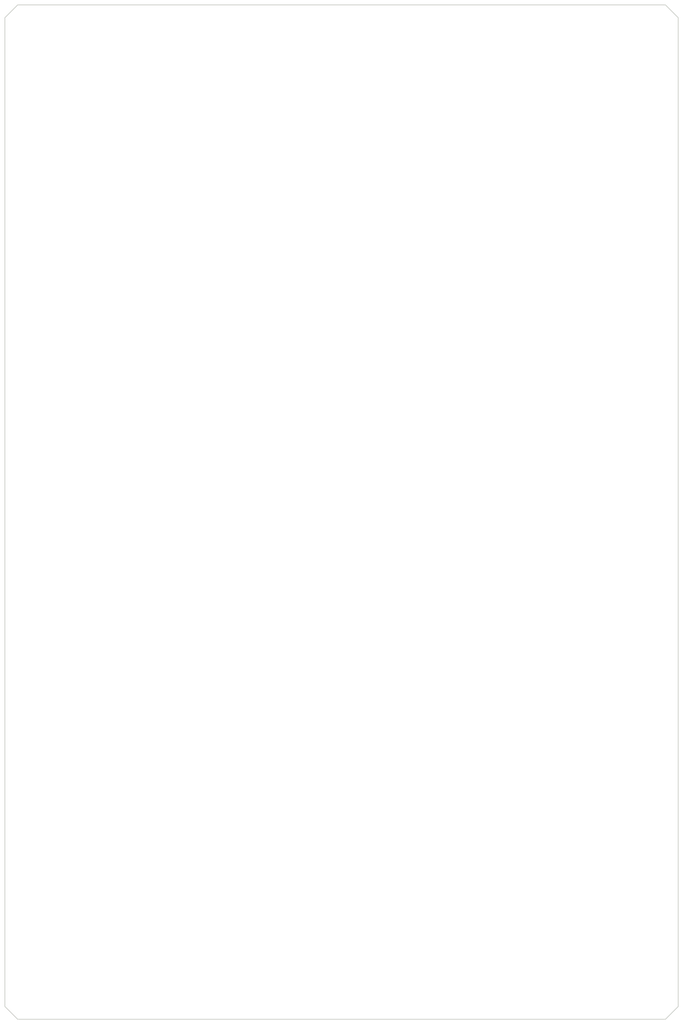
<source format=kicad_pcb>
(kicad_pcb (version 20211014) (generator pcbnew)

  (general
    (thickness 1.6062)
  )

  (paper "A4")
  (layers
    (0 "F.Cu" signal)
    (1 "In1.Cu" signal)
    (2 "In2.Cu" signal)
    (31 "B.Cu" signal)
    (32 "B.Adhes" user "B.Adhesive")
    (33 "F.Adhes" user "F.Adhesive")
    (34 "B.Paste" user)
    (35 "F.Paste" user)
    (36 "B.SilkS" user "B.Silkscreen")
    (37 "F.SilkS" user "F.Silkscreen")
    (38 "B.Mask" user)
    (39 "F.Mask" user)
    (40 "Dwgs.User" user "User.Drawings")
    (41 "Cmts.User" user "User.Comments")
    (42 "Eco1.User" user "User.Eco1")
    (43 "Eco2.User" user "User.Eco2")
    (44 "Edge.Cuts" user)
    (45 "Margin" user)
    (46 "B.CrtYd" user "B.Courtyard")
    (47 "F.CrtYd" user "F.Courtyard")
    (48 "B.Fab" user)
    (49 "F.Fab" user)
    (50 "User.1" user)
    (51 "User.2" user)
    (52 "User.3" user)
    (53 "User.4" user)
    (54 "User.5" user)
    (55 "User.6" user)
    (56 "User.7" user)
    (57 "User.8" user)
    (58 "User.9" user)
  )

  (setup
    (stackup
      (layer "F.SilkS" (type "Top Silk Screen") (color "White"))
      (layer "F.Paste" (type "Top Solder Paste"))
      (layer "F.Mask" (type "Top Solder Mask") (color "Black") (thickness 0.01))
      (layer "F.Cu" (type "copper") (thickness 0.035))
      (layer "dielectric 1" (type "prepreg") (thickness 0.2104) (material "FR4") (epsilon_r 4.5) (loss_tangent 0.02))
      (layer "In1.Cu" (type "copper") (thickness 0.0152))
      (layer "dielectric 2" (type "core") (thickness 1.065) (material "FR4") (epsilon_r 4.5) (loss_tangent 0.02))
      (layer "In2.Cu" (type "copper") (thickness 0.0152))
      (layer "dielectric 3" (type "prepreg") (thickness 0.2104) (material "FR4") (epsilon_r 4.5) (loss_tangent 0.02))
      (layer "B.Cu" (type "copper") (thickness 0.035))
      (layer "B.Mask" (type "Bottom Solder Mask") (color "Black") (thickness 0.01))
      (layer "B.Paste" (type "Bottom Solder Paste"))
      (layer "B.SilkS" (type "Bottom Silk Screen") (color "White"))
      (copper_finish "None")
      (dielectric_constraints no)
    )
    (pad_to_mask_clearance 0)
    (aux_axis_origin 96 26)
    (grid_origin 116 46)
    (pcbplotparams
      (layerselection 0x00010fc_ffffffff)
      (disableapertmacros false)
      (usegerberextensions false)
      (usegerberattributes true)
      (usegerberadvancedattributes true)
      (creategerberjobfile true)
      (svguseinch false)
      (svgprecision 6)
      (excludeedgelayer true)
      (plotframeref false)
      (viasonmask false)
      (mode 1)
      (useauxorigin false)
      (hpglpennumber 1)
      (hpglpenspeed 20)
      (hpglpendiameter 15.000000)
      (dxfpolygonmode true)
      (dxfimperialunits true)
      (dxfusepcbnewfont true)
      (psnegative false)
      (psa4output false)
      (plotreference true)
      (plotvalue true)
      (plotinvisibletext false)
      (sketchpadsonfab false)
      (subtractmaskfromsilk false)
      (outputformat 1)
      (mirror false)
      (drillshape 1)
      (scaleselection 1)
      (outputdirectory "")
    )
  )

  (net 0 "")

  (gr_poly
    (pts
      (xy 175.5 28)
      (xy 175.5 144)
      (xy 174 145.5)
      (xy 98 145.5)
      (xy 96.5 144)
      (xy 96.5 28)
      (xy 98 26.5)
      (xy 174 26.5)
    ) (layer "Edge.Cuts") (width 0.1) (fill none) (tstamp c4e1e0fc-039d-41cb-8fb6-1433179d0e06))
  (gr_circle (center 168.7 96.16) (end 168.7 94.89) (layer "User.1") (width 0.15) (fill none) (tstamp 000fdefd-bd20-43c5-8ce5-c4ba1992ea21))
  (gr_circle (center 103.3 38.38) (end 103.3 37.11) (layer "User.1") (width 0.15) (fill none) (tstamp 002d9934-c8f6-4e33-bbc3-e9234f6189f4))
  (gr_circle (center 143.3 96.16) (end 143.3 94.89) (layer "User.1") (width 0.15) (fill none) (tstamp 01619bdd-99ec-4968-a274-512a1256ea1d))
  (gr_circle (center 128.7 51.08) (end 128.7 49.81) (layer "User.1") (width 0.15) (fill none) (tstamp 023e83de-af62-4d05-a9a3-fa97a16d3291))
  (gr_circle (center 103.3 56.16) (end 103.3 54.89) (layer "User.1") (width 0.15) (fill none) (tstamp 028b0f3f-9b95-415f-9806-a2012f466759))
  (gr_circle (center 168.7 115.84) (end 168.7 114.57) (layer "User.1") (width 0.15) (fill none) (tstamp 03f9d5b8-e565-44d6-b1ff-3d5c24e3b57b))
  (gr_circle (center 145.84 73.3) (end 147.11 73.3) (layer "User.1") (width 0.15) (fill none) (tstamp 04382082-f01c-4027-ad9c-12cde5cbd87c))
  (gr_circle (center 121.08 58.7) (end 122.35 58.7) (layer "User.1") (width 0.15) (fill none) (tstamp 04d8c0b9-fd28-4312-95c2-58e88c5ac9b0))
  (gr_circle (center 150.92 138.7) (end 152.19 138.7) (layer "User.1") (width 0.15) (fill none) (tstamp 05183de5-370e-4b73-9eae-640983adaa43))
  (gr_circle (center 128.7 128.54) (end 128.7 127.27) (layer "User.1") (width 0.15) (fill none) (tstamp 055f395c-7c28-4816-b3d5-1e1583e96516))
  (gr_circle (center 163.62 98.7) (end 164.89 98.7) (layer "User.1") (width 0.15) (fill none) (tstamp 05833b0e-ac32-451e-8d3d-51d05a944d1f))
  (gr_circle (center 123.62 33.3) (end 124.89 33.3) (layer "User.1") (width 0.15) (fill none) (tstamp 076857b1-b885-4a0b-8db3-60dcff1d111c))
  (gr_circle (center 118.54 138.7) (end 119.81 138.7) (layer "User.1") (width 0.15) (fill none) (tstamp 077398d7-46a2-4d22-85b0-ac97a2b6a474))
  (gr_rect (start 127.43 57.43) (end 129.97 34.57) (layer "User.1") (width 0.15) (fill none) (tstamp 07b1ed44-9a28-4334-8e8d-8bd4b53f5e8d))
  (gr_circle (center 163.62 33.3) (end 164.89 33.3) (layer "User.1") (width 0.15) (fill none) (tstamp 0873b673-9097-4506-813d-6ca3318e0e49))
  (gr_circle (center 121.08 98.7) (end 122.35 98.7) (layer "User.1") (width 0.15) (fill none) (tstamp 08e47431-a3c2-488e-8601-929c8054e9a9))
  (gr_circle (center 116 33.3) (end 117.27 33.3) (layer "User.1") (width 0.15) (fill none) (tstamp 0a318eb1-a61a-42cf-b009-c5111886aae9))
  (gr_circle (center 103.3 86) (end 103.3 84.73) (layer "User.1") (width 0.15) (fill none) (tstamp 0e0bba44-be9a-4368-892d-bed915bba03e))
  (gr_circle (center 128.7 43.46) (end 128.7 42.19) (layer "User.1") (width 0.15) (fill none) (tstamp 0f080dfc-c990-4358-9955-cc56dfa127d9))
  (gr_circle (center 128.7 53.62) (end 128.7 52.35) (layer "User.1") (width 0.15) (fill none) (tstamp 0fa87829-a054-48e5-9f01-293522c3a902))
  (gr_circle (center 168.7 53.62) (end 168.7 52.35) (layer "User.1") (width 0.15) (fill none) (tstamp 12e018d9-bf61-4922-b537-5dce006701d6))
  (gr_circle (center 168.7 123.46) (end 168.7 122.19) (layer "User.1") (width 0.15) (fill none) (tstamp 12e8981b-82a8-433c-a234-d65710792f23))
  (gr_circle (center 161.08 73.3) (end 162.35 73.3) (layer "User.1") (width 0.15) (fill none) (tstamp 1453a7cc-aa83-4cfe-b03c-5f99f355978c))
  (gr_circle (center 110.92 73.3) (end 112.19 73.3) (layer "User.1") (width 0.15) (fill none) (tstamp 1478ca85-0e48-48d0-94ec-ffd3b6c70851))
  (gr_circle (center 116 58.7) (end 117.27 58.7) (layer "User.1") (width 0.15) (fill none) (tstamp 149e3321-4867-4c96-932a-aa4b94134f02))
  (gr_circle (center 143.3 51.08) (end 143.3 49.81) (layer "User.1") (width 0.15) (fill none) (tstamp 14bd52d6-d309-4c93-8a69-7bfa893c9fa4))
  (gr_circle (center 153.46 138.7) (end 154.73 138.7) (layer "User.1") (width 0.15) (fill none) (tstamp 155c8269-6186-408b-b12e-9d42eb9c2c53))
  (gr_circle (center 168.7 128.54) (end 168.7 127.27) (layer "User.1") (width 0.15) (fill none) (tstamp 15cb8510-6b81-4ec3-9ed3-cae4075e4cbb))
  (gr_circle (center 168.7 136.16) (end 168.7 134.89) (layer "User.1") (width 0.15) (fill none) (tstamp 170e0f4b-b8f4-4634-b843-c37399ad6212))
  (gr_circle (center 168.7 56.16) (end 168.7 54.89) (layer "User.1") (width 0.15) (fill none) (tstamp 189dd023-7623-4c5f-a5a7-0c32df952be6))
  (gr_circle (center 123.62 113.3) (end 124.89 113.3) (layer "User.1") (width 0.15) (fill none) (tstamp 18dadcc6-d9e6-408c-b008-d9bb7e844598))
  (gr_circle (center 156 98.7) (end 157.27 98.7) (layer "User.1") (width 0.15) (fill none) (tstamp 18f87734-66be-482a-9866-0d14a5bbf663))
  (gr_circle (center 158.54 138.7) (end 159.81 138.7) (layer "User.1") (width 0.15) (fill none) (tstamp 196d2511-e7c1-489f-bd99-7a320bd66367))
  (gr_circle (center 128.7 40.92) (end 128.7 39.65) (layer "User.1") (width 0.15) (fill none) (tstamp 1cce4635-2dc7-4081-841c-9950002cf8f4))
  (gr_circle (center 103.3 120.92) (end 103.3 119.65) (layer "User.1") (width 0.15) (fill none) (tstamp 1da75a01-0402-4370-b523-ce55d99ebb29))
  (gr_circle (center 143.3 93.62) (end 143.3 92.35) (layer "User.1") (width 0.15) (fill none) (tstamp 1e1bcb33-a29b-41d1-90e3-64286458708c))
  (gr_circle (center 148.38 98.7) (end 149.65 98.7) (layer "User.1") (width 0.15) (fill none) (tstamp 1e7927e8-557c-4b0f-aefc-7f9e74b8d538))
  (gr_circle (center 168.7 83.46) (end 168.7 82.19) (layer "User.1") (width 0.15) (fill none) (tstamp 1fa3ccdd-b05f-4b3a-93a3-ddd1672840e9))
  (gr_circle (center 108.38 58.7) (end 109.65 58.7) (layer "User.1") (width 0.15) (fill none) (tstamp 2078dde6-d398-4942-9624-11a7540c015e))
  (gr_circle (center 103.3 80.92) (end 103.3 79.65) (layer "User.1") (width 0.15) (fill none) (tstamp 21127402-88bc-45c9-9631-512f82c8582a))
  (gr_circle (center 128.7 91.08) (end 128.7 89.81) (layer "User.1") (width 0.15) (fill none) (tstamp 21e79313-7f6d-4510-a6f0-48991ed6685f))
  (gr_circle (center 128.7 93.62) (end 128.7 92.35) (layer "User.1") (width 0.15) (fill none) (tstamp 27490eb7-9e96-49d5-b827-4d67ce319e04))
  (gr_circle (center 145.84 138.7) (end 147.11 138.7) (layer "User.1") (width 0.15) (fill none) (tstamp 27dbead8-e0e1-4455-9e48-00d2da051c63))
  (gr_circle (center 128.7 56.16) (end 128.7 54.89) (layer "User.1") (width 0.15) (fill none) (tstamp 2876169e-b1c0-4fe0-9f2f-692cd4336b6b))
  (gr_circle (center 143.3 88.54) (end 143.3 87.27) (layer "User.1") (width 0.15) (fill none) (tstamp 2877bc6c-7ffe-46bc-ad26-d6e7ceae8879))
  (gr_circle (center 158.54 33.3) (end 159.81 33.3) (layer "User.1") (width 0.15) (fill none) (tstamp 28c33219-826f-4fd0-9590-41c461014511))
  (gr_circle (center 168.7 131.08) (end 168.7 129.81) (layer "User.1") (width 0.15) (fill none) (tstamp 2b9ad8b7-2b4a-4205-aa93-2584dacf58d6))
  (gr_rect (start 104.57 97.43) (end 127.43 99.97) (layer "User.1") (width 0.15) (fill none) (tstamp 2c569eeb-6791-476f-beea-bbc7d2d5a179))
  (gr_circle (center 108.38 98.7) (end 109.65 98.7) (layer "User.1") (width 0.15) (fill none) (tstamp 2de54d4c-e9fc-4f85-b780-64c6cbe70f2d))
  (gr_circle (center 156 33.3) (end 157.27 33.3) (layer "User.1") (width 0.15) (fill none) (tstamp 2fe549bb-e336-4a99-90af-7f353278cd75))
  (gr_circle (center 118.54 113.3) (end 119.81 113.3) (layer "User.1") (width 0.15) (fill none) (tstamp 3078aded-4282-4bd3-bcbb-02fd41fd400b))
  (gr_circle (center 143.3 80.92) (end 143.3 79.65) (layer "User.1") (width 0.15) (fill none) (tstamp 32fc09bc-5550-4241-9884-e45f740a2b50))
  (gr_circle (center 168.7 86) (end 168.7 84.73) (layer "User.1") (width 0.15) (fill none) (tstamp 33da5458-586d-4f76-a2f7-d4f7b80fdba7))
  (gr_circle (center 128.7 83.46) (end 128.7 82.19) (layer "User.1") (width 0.15) (fill none) (tstamp 33fa464a-dca4-466a-b255-278a8e7a663d))
  (gr_circle (center 143.3 86) (end 143.3 84.73) (layer "User.1") (width 0.15) (fill none) (tstamp 357238b5-b355-4214-84c8-f285248e481c))
  (gr_circle (center 126.16 138.7) (end 127.43 138.7) (layer "User.1") (width 0.15) (fill none) (tstamp 39317468-4a26-4c1e-ad2a-8348dc4dff7d))
  (gr_circle (center 128.7 96.16) (end 128.7 94.89) (layer "User.1") (width 0.15) (fill none) (tstamp 39d8c278-1c18-426d-901a-2c3d632ba991))
  (gr_circle (center 116 98.7) (end 117.27 98.7) (layer "User.1") (width 0.15) (fill none) (tstamp 3ab70a57-aacc-46f0-8c93-e47fccfd70de))
  (gr_circle (center 103.3 128.54) (end 103.3 127.27) (layer "User.1") (width 0.15) (fill none) (tstamp 3b54e82f-a7a0-4a3c-a053-ec7540a4d98a))
  (gr_circle (center 143.3 128.54) (end 143.3 127.27) (layer "User.1") (width 0.15) (fill none) (tstamp 3b6d2e31-a4aa-4b43-b539-a5b2b861dc03))
  (gr_circle (center 103.3 136.16) (end 103.3 134.89) (layer "User.1") (width 0.15) (fill none) (tstamp 3c6699df-578c-46ef-ae97-e31548a66d5f))
  (gr_rect (start 102.03 97.43) (end 104.57 74.57) (layer "User.1") (width 0.15) (fill none) (tstamp 3cd5c00a-6e4f-4422-9c93-4a12ea04f786))
  (gr_circle (center 153.46 33.3) (end 154.73 33.3) (layer "User.1") (width 0.15) (fill none) (tstamp 3deef85d-fad1-4f10-9e7f-5cfbae98b510))
  (gr_circle (center 128.7 120.92) (end 128.7 119.65) (layer "User.1") (width 0.15) (fill none) (tstamp 3f543554-0af5-4fdf-8706-0996ff3c6abd))
  (gr_rect (start 142.03 97.43) (end 144.57 74.57) (layer "User.1") (width 0.15) (fill none) (tstamp 40c60fd0-de55-403e-a245-7c811c7a6b68))
  (gr_circle (center 105.84 138.7) (end 107.11 138.7) (layer "User.1") (width 0.15) (fill none) (tstamp 4162586d-7600-487f-aefb-51cceab165b7))
  (gr_circle (center 128.7 131.08) (end 128.7 129.81) (layer "User.1") (width 0.15) (fill none) (tstamp 42b10a63-9872-4e12-a6d0-9888324da342))
  (gr_circle (center 105.84 33.3) (end 107.11 33.3) (layer "User.1") (width 0.15) (fill none) (tstamp 44fa9f65-2477-41eb-bd00-685a78d765d1))
  (gr_circle (center 148.38 138.7) (end 149.65 138.7) (layer "User.1") (width 0.15) (fill none) (tstamp 4505be3f-1431-473e-a4a3-12cb69b1b465))
  (gr_circle (center 158.54 73.3) (end 159.81 73.3) (layer "User.1") (width 0.15) (fill none) (tstamp 45632520-d6f7-4ae6-8b7c-08bf9a631182))
  (gr_circle (center 168.7 118.38) (end 168.7 117.11) (layer "User.1") (width 0.15) (fill none) (tstamp 457905d9-46c7-4fa9-9015-728bd7d60741))
  (gr_circle (center 158.54 98.7) (end 159.81 98.7) (layer "User.1") (width 0.15) (fill none) (tstamp 461fd07d-b1ec-475e-98a7-affca404ecff))
  (gr_circle (center 143.3 43.46) (end 143.3 42.19) (layer "User.1") (width 0.15) (fill none) (tstamp 47116c51-9801-4cab-9da9-ac747247fb6d))
  (gr_circle (center 158.54 58.7) (end 159.81 58.7) (layer "User.1") (width 0.15) (fill none) (tstamp 47b3f2ba-7e52-41a0-909e-fa9af0f32383))
  (gr_circle (center 148.38 113.3) (end 149.65 113.3) (layer "User.1") (width 0.15) (fill none) (tstamp 49382027-e4aa-4cdd-a9e1-c5e3c489d14b))
  (gr_circle (center 163.62 73.3) (end 164.89 73.3) (layer "User.1") (width 0.15) (fill none) (tstamp 4971cc6c-ba0c-4240-bc38-000b72015b07))
  (gr_circle (center 128.7 46) (end 128.7 44.73) (layer "User.1") (width 0.15) (fill none) (tstamp 4bbf8134-0015-49ac-9a22-521d8c5dcfe2))
  (gr_rect (start 167.43 97.43) (end 169.97 74.57) (layer "User.1") (width 0.15) (fill none) (tstamp 4e035356-44a6-4a66-9f06-f7833e43004c))
  (gr_circle (center 158.54 113.3) (end 159.81 113.3) (layer "User.1") (width 0.15) (fill none) (tstamp 4e955375-e9df-469f-a57e-8996ba49d479))
  (gr_circle (center 121.08 73.3) (end 122.35 73.3) (layer "User.1") (width 0.15) (fill none) (tstamp 508a59ee-6174-4c0b-8429-cdf621658bf7))
  (gr_circle (center 161.08 138.7) (end 162.35 138.7) (layer "User.1") (width 0.15) (fill none) (tstamp 510d80d0-4d18-46d9-9c78-1e8d7ca94df9))
  (gr_circle (center 163.62 113.3) (end 164.89 113.3) (layer "User.1") (width 0.15) (fill none) (tstamp 52cc75ff-10ca-440e-bec5-10f5adec7277))
  (gr_circle (center 143.3 78.38) (end 143.3 77.11) (layer "User.1") (width 0.15) (fill none) (tstamp 5318ad09-944d-410d-bab7-1c5920072087))
  (gr_circle (center 105.84 113.3) (end 107.11 113.3) (layer "User.1") (width 0.15) (fill none) (tstamp 53ecb275-d328-417d-81d6-9eac5e722494))
  (gr_circle (center 116 73.3) (end 117.27 73.3) (layer "User.1") (width 0.15) (fill none) (tstamp 590130fc-48c8-438b-9612-c724b35c19c8))
  (gr_rect (start 144.57 32.03) (end 167.43 34.57) (layer "User.1") (width 0.15) (fill none) (tstamp 59468208-a8c6-49bb-b813-59e516079a92))
  (gr_circle (center 128.7 38.38) (end 128.7 37.11) (layer "User.1") (width 0.15) (fill none) (tstamp 5badb200-b537-4b1f-bcd7-e268c39a42cb))
  (gr_circle (center 161.08 33.3) (end 162.35 33.3) (layer "User.1") (width 0.15) (fill none) (tstamp 5cd3e572-1eeb-4d99-8828-5f85ee86778a))
  (gr_circle (center 148.38 73.3) (end 149.65 73.3) (layer "User.1") (width 0.15) (fill none) (tstamp 5d678520-330e-485f-bfec-80fdd90fe8ca))
  (gr_circle (center 168.7 48.54) (end 168.7 47.27) (layer "User.1") (width 0.15) (fill none) (tstamp 5e003c17-ddd0-4a84-bae4-115dbec842dd))
  (gr_circle (center 166.16 73.3) (end 167.43 73.3) (layer "User.1") (width 0.15) (fill none) (tstamp 5e83cc36-23c2-48ed-b504-15d124077fa8))
  (gr_circle (center 103.3 40.92) (end 103.3 39.65) (layer "User.1") (width 0.15) (fill none) (tstamp 5ece3abc-14df-4e17-aea3-74d7874b2172))
  (gr_circle (center 143.3 56.16) (end 143.3 54.89) (layer "User.1") (width 0.15) (fill none) (tstamp 61c0299f-496b-40f6-bb2e-f17cb3e660a6))
  (gr_rect (start 104.57 72.03) (end 127.43 74.57) (layer "User.1") (width 0.15) (fill none) (tstamp 653ff949-fa35-4dcd-9bc4-1021d07e015e))
  (gr_circle (center 123.62 73.3) (end 124.89 73.3) (layer "User.1") (width 0.15) (fill none) (tstamp 667f5bc7-5cc7-4c56-b8bb-ff61230c54f6))
  (gr_circle (center 168.7 91.08) (end 168.7 89.81) (layer "User.1") (width 0.15) (fill none) (tstamp 674db288-8796-473b-ba2d-34b8280ce9b0))
  (gr_circle (center 143.3 35.84) (end 143.3 34.57) (layer "User.1") (width 0.15) (fill none) (tstamp 67529e39-5a12-4e4d-a26f-6caef6e3d224))
  (gr_circle (center 128.7 80.92) (end 128.7 79.65) (layer "User.1") (width 0.15) (fill none) (tstamp 68526bbe-ffec-4a8b-ac28-8ef5d249d643))
  (gr_circle (center 118.54 58.7) (end 119.81 58.7) (layer "User.1") (width 0.15) (fill none) (tstamp 68da07ad-f184-46b8-81b5-0ab2e762cfa2))
  (gr_circle (center 105.84 73.3) (end 107.11 73.3) (layer "User.1") (width 0.15) (fill none) (tstamp 694a2953-ea0b-486c-993a-0e03018f8d12))
  (gr_rect (start 142.03 57.43) (end 144.57 34.57) (layer "User.1") (width 0.15) (fill none) (tstamp 6a596e6a-3010-4e40-ac7c-b86783cab220))
  (gr_circle (center 110.92 33.3) (end 112.19 33.3) (layer "User.1") (width 0.15) (fill none) (tstamp 6affb22c-39ed-426b-b47f-6b5673049261))
  (gr_circle (center 103.3 51.08) (end 103.3 49.81) (layer "User.1") (width 0.15) (fill none) (tstamp 6cbe0dbf-de1b-4f78-a3bd-0e61028b2bd0))
  (gr_circle (center 150.92 98.7) (end 152.19 98.7) (layer "User.1") (width 0.15) (fill none) (tstamp 6d26d52b-93ba-4754-933e-8b98839d99b5))
  (gr_circle (center 166.16 98.7) (end 167.43 98.7) (layer "User.1") (width 0.15) (fill none) (tstamp 6d3efdde-540a-4482-a4e9-1ec2264370b6))
  (gr_circle (center 161.08 113.3) (end 162.35 113.3) (layer "User.1") (width 0.15) (fill none) (tstamp 6e63ddb4-0a70-49a2-9d70-719da433ab57))
  (gr_circle (center 128.7 78.38) (end 128.7 77.11) (layer "User.1") (width 0.15) (fill none) (tstamp 74122614-2046-4e47-8d29-a13cb377b1cb))
  (gr_circle (center 168.7 93.62) (end 168.7 92.35) (layer "User.1") (width 0.15) (fill none) (tstamp 746ff983-acdb-4d40-bd98-249c26ca189f))
  (gr_circle (center 128.7 118.38) (end 128.7 117.11) (layer "User.1") (width 0.15) (fill none) (tstamp 747eef19-0792-4ba9-b3de-d0a0953b925e))
  (gr_circle (center 103.3 48.54) (end 103.3 47.27) (layer "User.1") (width 0.15) (fill none) (tstamp 7535a7f5-e263-48a8-9037-6f2fa1d8af9c))
  (gr_circle (center 113.46 138.7) (end 114.73 138.7) (layer "User.1") (width 0.15) (fill none) (tstamp 75ae486f-0ff7-4171-8595-e45fbdeccc88))
  (gr_circle (center 163.62 138.7) (end 164.89 138.7) (layer "User.1") (width 0.15) (fill none) (tstamp 78c3f577-b4ae-4f48-a980-350d398593d8))
  (gr_circle (center 128.7 35.84) (end 128.7 34.57) (layer "User.1") (width 0.15) (fill none) (tstamp 7935eebc-b9ea-4d3b-8779-d785a97d723c))
  (gr_circle (center 145.84 58.7) (end 147.11 58.7) (layer "User.1") (width 0.15) (fill none) (tstamp 79b6caba-8a35-48dd-9a5c-ba2da95d0548))
  (gr_circle (center 143.3 48.54) (end 143.3 47.27) (layer "User.1") (width 0.15) (fill none) (tstamp 7a3606ba-1923-457e-9c03-bf8496c6cae2))
  (gr_circle (center 143.3 123.46) (end 143.3 122.19) (layer "User.1") (width 0.15) (fill none) (tstamp 7b194104-32e8-4a1c-8e46-e24f283dbd3b))
  (gr_rect (start 167.43 137.43) (end 169.97 114.57) (layer "User.1") (width 0.15) (fill none) (tstamp 7c811381-15fe-4282-ba80-c7a3eda06700))
  (gr_rect (start 104.57 32.03) (end 127.43 34.57) (layer "User.1") (width 0.15) (fill none) (tstamp 7cb26442-f4ad-44e3-9b68-d4cce9e4f608))
  (gr_circle (center 113.46 98.7) (end 114.73 98.7) (layer "User.1") (width 0.15) (fill none) (tstamp 7da4810d-8b15-4700-9fb6-4eca9423fc88))
  (gr_circle (center 143.3 120.92) (end 143.3 119.65) (layer "User.1") (width 0.15) (fill none) (tstamp 7f0615fe-9f06-4238-b09d-044f0e34b69b))
  (gr_circle (center 150.92 33.3) (end 152.19 33.3) (layer "User.1") (width 0.15) (fill none) (tstamp 7fbc182b-8fb1-403c-bcae-f8241d9794bc))
  (gr_circle (center 166.16 58.7) (end 167.43 58.7) (layer "User.1") (width 0.15) (fill none) (tstamp 802c0dfc-f3fc-43cd-9058-5961cd2c1d81))
  (gr_circle (center 156 73.3) (end 157.27 73.3) (layer "User.1") (width 0.15) (fill none) (tstamp 83300dda-8d9f-4a80-bb10-71ce8874dd9a))
  (gr_circle (center 153.46 58.7) (end 154.73 58.7) (layer "User.1") (width 0.15) (fill none) (tstamp 84e55b9b-4af5-4ccf-a2e4-9b42fb387324))
  (gr_circle (center 168.7 75.84) (end 168.7 74.57) (layer "User.1") (width 0.15) (fill none) (tstamp 85f37554-a83e-4a04-bf18-169c38aa24ae))
  (gr_circle (center 128.7 136.16) (end 128.7 134.89) (layer "User.1") (width 0.15) (fill none) (tstamp 88053266-3da8-4dc3-aebd-8bf9094e4a31))
  (gr_circle (center 143.3 83.46) (end 143.3 82.19) (layer "User.1") (width 0.15) (fill none) (tstamp 88e71e4c-d588-4f9f-8af7-c5d47c47d3f4))
  (gr_circle (center 116 138.7) (end 117.27 138.7) (layer "User.1") (width 0.15) (fill none) (tstamp 8902a7d6-c154-4c9a-b202-353eff821449))
  (gr_circle (center 118.54 73.3) (end 119.81 73.3) (layer "User.1") (width 0.15) (fill none) (tstamp 89fdc69e-958d-4d1c-b33d-0ff421134c1c))
  (gr_circle (center 128.7 123.46) (end 128.7 122.19) (layer "User.1") (width 0.15) (fill none) (tstamp 8a4e4aae-0074-499d-9321-699560ab7fc9))
  (gr_circle (center 103.3 93.62) (end 103.3 92.35) (layer "User.1") (width 0.15) (fill none) (tstamp 8a7411a0-669b-4d5a-a0fa-8d4bb1845488))
  (gr_circle (center 103.3 75.84) (end 103.3 74.57) (layer "User.1") (width 0.15) (fill none) (tstamp 8e22eee4-74e0-45a7-b7c4-0fe1ca6e1fcd))
  (gr_circle (center 103.3 115.84) (end 103.3 114.57) (layer "User.1") (width 0.15) (fill none) (tstamp 8e258a64-a470-42e6-aa25-4a6bd84c1e4b))
  (gr_circle (center 116 113.3) (end 117.27 113.3) (layer "User.1") (width 0.15) (fill none) (tstamp 8fbf21c4-12b1-4da0-be11-78d4f92f80d4))
  (gr_circle (center 143.3 115.84) (end 143.3 114.57) (layer "User.1") (width 0.15) (fill none) (tstamp 90e834d4-1def-4af6-8f5b-b403227afaf8))
  (gr_circle (center 153.46 73.3) (end 154.73 73.3) (layer "User.1") (width 0.15) (fill none) (tstamp 94940b43-44d8-45d6-bd04-aeb3154ce6d3))
  (gr_circle (center 150.92 113.3) (end 152.19 113.3) (layer "User.1") (width 0.15) (fill none) (tstamp 963fa2ea-4481-4ccd-ab0a-1e7ba83324df))
  (gr_circle (center 143.3 126) (end 143.3 124.73) (layer "User.1") (width 0.15) (fill none) (tstamp 969ed5d4-48a0-415e-9396-933d8d74f06b))
  (gr_circle (center 126.16 113.3) (end 127.43 113.3) (layer "User.1") (width 0.15) (fill none) (tstamp 982f6071-c81d-4215-8510-129e1dd01ae3))
  (gr_circle (center 126.16 58.7) (end 127.43 58.7) (layer "User.1") (width 0.15) (fill none) (tstamp 9be582bc-40ea-4803-bfa0-585998db1641))
  (gr_circle (center 143.3 118.38) (end 143.3 117.11) (layer "User.1") (width 0.15) (fill none) (tstamp 9ce4cef4-42f9-4c0a-ae75-87c9b82623f1))
  (gr_circle (center 166.16 138.7) (end 167.43 138.7) (layer "User.1") (width 0.15) (fill none) (tstamp 9e30c674-ce3f-4571-925a-751842230245))
  (gr_circle (center 126.16 33.3) (end 127.43 33.3) (layer "User.1") (width 0.15) (fill none) (tstamp 9e8812a0-35e6-4a8e-8963-f33111361433))
  (gr_rect (start 144.57 97.43) (end 167.43 99.97) (layer "User.1") (width 0.15) (fill none) (tstamp 9ec6aa1f-59f3-48b1-851f-85471a9b7295))
  (gr_circle (center 148.38 33.3) (end 149.65 33.3) (layer "User.1") (width 0.15) (fill none) (tstamp a061e8e2-eb5d-46dc-a23f-f672eafd5cd1))
  (gr_circle (center 110.92 138.7) (end 112.19 138.7) (layer "User.1") (width 0.15) (fill none) (tstamp a19f969e-7c09-465e-b11f-f07ed8a6b23d))
  (gr_rect (start 144.57 137.43) (end 167.43 139.97) (layer "User.1") (width 0.15) (fill none) (tstamp a1b64da2-c5e9-4066-b908-1381adc95009))
  (gr_circle (center 145.84 33.3) (end 147.11 33.3) (layer "User.1") (width 0.15) (fill none) (tstamp a1c9adc6-d71d-4f68-a4bf-54d2cf1fa191))
  (gr_circle (center 163.62 58.7) (end 164.89 58.7) (layer "User.1") (width 0.15) (fill none) (tstamp a5636ac6-7fb6-4d6d-87ad-69ed9a9c0cdc))
  (gr_circle (center 148.38 58.7) (end 149.65 58.7) (layer "User.1") (width 0.15) (fill none) (tstamp a5d9562d-2855-4df2-85ce-a6c70ea08f7b))
  (gr_circle (center 103.3 91.08) (end 103.3 89.81) (layer "User.1") (width 0.15) (fill none) (tstamp a64d9ce5-d3dc-41a2-b8f8-74b74529a011))
  (gr_circle (center 143.3 53.62) (end 143.3 52.35) (layer "User.1") (width 0.15) (fill none) (tstamp a74125fb-a09b-4553-883a-78266b2716c0))
  (gr_circle (center 153.46 98.7) (end 154.73 98.7) (layer "User.1") (width 0.15) (fill none) (tstamp a857c510-4547-46af-92a8-0032fe1bab77))
  (gr_circle (center 128.7 48.54) (end 128.7 47.27) (layer "User.1") (width 0.15) (fill none) (tstamp a873b4ec-14ed-4f61-bb24-0bdc2f47ccc2))
  (gr_rect (start 142.03 137.43) (end 144.57 114.57) (layer "User.1") (width 0.15) (fill none) (tstamp aaf0369c-90da-4fa5-9c7d-9d36ceddfd00))
  (gr_circle (center 161.08 98.7) (end 162.35 98.7) (layer "User.1") (width 0.15) (fill none) (tstamp ab0686a9-c18a-48ba-9073-1a87212f46d4))
  (gr_circle (center 168.7 120.92) (end 168.7 119.65) (layer "User.1") (width 0.15) (fill none) (tstamp ab9289f5-ad0d-443a-85c7-89ba85e2abff))
  (gr_circle (center 126.16 73.3) (end 127.43 73.3) (layer "User.1") (width 0.15) (fill none) (tstamp ad4b26d7-a830-4beb-b7fa-65cf3c5adb41))
  (gr_circle (center 110.92 98.7) (end 112.19 98.7) (layer "User.1") (width 0.15) (fill none) (tstamp aefbc62e-ae98-43eb-95a0-1dad8155ad7c))
  (gr_circle (center 103.3 123.46) (end 103.3 122.19) (layer "User.1") (width 0.15) (fill none) (tstamp b0c445ba-184c-454b-b20c-d4ecda5fa9d6))
  (gr_circle (center 103.3 88.54) (end 103.3 87.27) (layer "User.1") (width 0.15) (fill none) (tstamp b16fe44b-e864-4200-804e-4c652140aa8a))
  (gr_circle (center 121.08 138.7) (end 122.35 138.7) (layer "User.1") (width 0.15) (fill none) (tstamp b1f1f08f-82a9-43c2-8a15-b9afad96ed5b))
  (gr_rect (start 144.57 57.43) (end 167.43 59.97) (layer "User.1") (width 0.15) (fill none) (tstamp b329685d-d519-41c0-9aa7-5f33635e6336))
  (gr_circle (center 128.7 75.84) (end 128.7 74.57) (layer "User.1") (width 0.15) (fill none) (tstamp b3fb81dd-8e8a-43a2-83be-4ec64bffe5b9))
  (gr_circle (center 161.08 58.7) (end 162.35 58.7) (layer "User.1") (width 0.15) (fill none) (tstamp b5d062f2-25bf-42d3-a7dc-35d1daa3703b))
  (gr_circle (center 128.7 133.62) (end 128.7 132.35) (layer "User.1") (width 0.15) (fill none) (tstamp b5ed4e50-0ac8-44c0-96f3-3f925d764bc4))
  (gr_circle (center 153.46 113.3) (end 154.73 113.3) (layer "User.1") (width 0.15) (fill none) (tstamp b665fa24-584b-4f82-9d99-eab5b987d124))
  (gr_circle (center 168.7 133.62) (end 168.7 132.35) (layer "User.1") (width 0.15) (fill none) (tstamp b8b8644e-c708-4877-be56-750433ee04e6))
  (gr_circle (center 156 58.7) (end 157.27 58.7) (layer "User.1") (width 0.15) (fill none) (tstamp bb1f5e92-e85e-477d-9984-1c20fdd2a025))
  (gr_circle (center 156 138.7) (end 157.27 138.7) (layer "User.1") (width 0.15) (fill none) (tstamp bb866faf-8dde-43d7-8d63-8ae4c09ce5b5))
  (gr_circle (center 168.7 78.38) (end 168.7 77.11) (layer "User.1") (width 0.15) (fill none) (tstamp bc142639-4cd3-46d0-aaa6-704c2cb07c52))
  (gr_circle (center 103.3 43.46) (end 103.3 42.19) (layer "User.1") (width 0.15) (fill none) (tstamp bd0209be-e7ea-42a5-96b3-d808e4806df1))
  (gr_circle (center 168.7 35.84) (end 168.7 34.57) (layer "User.1") (width 0.15) (fill none) (tstamp be170511-a6a2-45e3-ab62-48c773153fab))
  (gr_circle (center 110.92 113.3) (end 112.19 113.3) (layer "User.1") (width 0.15) (fill none) (tstamp be708cdc-d8bd-4eea-bdd5-00253d59220f))
  (gr_circle (center 145.84 98.7) (end 147.11 98.7) (layer "User.1") (width 0.15) (fill none) (tstamp bf6c3730-5800-4fdb-8039-56db58bedcd3))
  (gr_circle (center 113.46 113.3) (end 114.73 113.3) (layer "User.1") (width 0.15) (fill none) (tstamp bfff22b0-af26-42ed-b1fd-05b074479494))
  (gr_rect (start 102.03 57.43) (end 104.57 34.57) (layer "User.1") (width 0.15) (fill none) (tstamp c24d159b-5367-47b4-8355-4e8aa4aff730))
  (gr_circle (center 123.62 98.7) (end 124.89 98.7) (layer "User.1") (width 0.15) (fill none) (tstamp c49a17e6-ee70-44df-86eb-cd4b6ac81164))
  (gr_rect (start 127.43 137.43) (end 129.97 114.57) (layer "User.1") (width 0.15) (fill none) (tstamp c56bfa48-5720-46b6-8d36-24b43b398215))
  (gr_circle (center 128.7 126) (end 128.7 124.73) (layer "User.1") (width 0.15) (fill none) (tstamp c6435c7c-1951-4221-b513-f1b769955e0d))
  (gr_circle (center 103.3 46) (end 103.3 44.73) (layer "User.1") (width 0.15) (fill none) (tstamp c8472d16-18c1-4c53-a380-ba42c968dc4f))
  (gr_circle (center 103.3 83.46) (end 103.3 82.19) (layer "User.1") (width 0.15) (fill none) (tstamp c978d41f-5e38-427c-bfc1-f2acf64f2da6))
  (gr_circle (center 168.7 126) (end 168.7 124.73) (layer "User.1") (width 0.15) (fill none) (tstamp ca0b1feb-7771-4b1f-bd72-460318d13d2c))
  (gr_circle (center 108.38 138.7) (end 109.65 138.7) (layer "User.1") (width 0.15) (fill none) (tstamp cb594f64-28b0-42a1-a584-8499fb6e0379))
  (gr_circle (center 143.3 38.38) (end 143.3 37.11) (layer "User.1") (width 0.15) (fill none) (tstamp cc120185-20e5-4998-9e9e-31f75f3339f8))
  (gr_circle (center 143.3 131.08) (end 143.3 129.81) (layer "User.1") (width 0.15) (fill none) (tstamp cd2dcd01-00bc-4a16-970d-0286b74d8643))
  (gr_circle (center 110.92 58.7) (end 112.19 58.7) (layer "User.1") (width 0.15) (fill none) (tstamp cd7e8386-9233-4658-8804-b9f559c92d3a))
  (gr_circle (center 128.7 115.84) (end 128.7 114.57) (layer "User.1") (width 0.15) (fill none) (tstamp ceb6ae4e-1466-4732-a853-ba5a88725c73))
  (gr_circle (center 143.3 75.84) (end 143.3 74.57) (layer "User.1") (width 0.15) (fill none) (tstamp ceebb551-8669-4d2e-b382-97e490800a3a))
  (gr_circle (center 143.3 133.62) (end 143.3 132.35) (layer "User.1") (width 0.15) (fill none) (tstamp cef4d67d-5e96-44a7-a672-58efd30618cb))
  (gr_rect (start 104.57 57.43) (end 127.43 59.97) (layer "User.1") (width 0.15) (fill none) (tstamp cfdd9c0d-cd37-439a-909d-b8a2edd51242))
  (gr_circle (center 108.38 113.3) (end 109.65 113.3) (layer "User.1") (width 0.15) (fill none) (tstamp d007fecd-8b09-492b-8219-c1db2f2164d2))
  (gr_circle (center 103.3 53.62) (end 103.3 52.35) (layer "User.1") (width 0.15) (fill none) (tstamp d05f3ed3-02e5-403a-b38e-46d4cc9c20c5))
  (gr_circle (center 166.16 33.3) (end 167.43 33.3) (layer "User.1") (width 0.15) (fill none) (tstamp d20a6bed-f6c3-4c1b-8ef6-452ebd5d0a17))
  (gr_circle (center 145.84 113.3) (end 147.11 113.3) (layer "User.1") (width 0.15) (fill none) (tstamp d394ec02-2927-4806-ae98-b7615b9f80f5))
  (gr_circle (center 113.46 73.3) (end 114.73 73.3) (layer "User.1") (width 0.15) (fill none) (tstamp d5600031-335e-46bb-b7fa-c3e1dbf09e46))
  (gr_circle (center 118.54 98.7) (end 119.81 98.7) (layer "User.1") (width 0.15) (fill none) (tstamp d6cc0c71-aa22-4afa-bb4b-cd30add95220))
  (gr_circle (center 108.38 73.3) (end 109.65 73.3) (layer "User.1") (width 0.15) (fill none) (tstamp d8854833-f0e9-42e6-95f0-4a19e38b5145))
  (gr_circle (center 150.92 58.7) (end 152.19 58.7) (layer "User.1") (width 0.15) (fill none) (tstamp d9550584-01f3-412c-8fbd-bfd3f243276e))
  (gr_circle (center 121.08 33.3) (end 122.35 33.3) (layer "User.1") (width 0.15) (fill none) (tstamp d9a6595b-93c6-4120-9036-60ddaba5e740))
  (gr_circle (center 113.46 58.7) (end 114.73 58.7) (layer "User.1") (width 0.15) (fill none) (tstamp da0b77f4-2fe0-45a0-972c-c860bad039b8))
  (gr_circle (center 143.3 91.08) (end 143.3 89.81) (layer "User.1") (width 0.15) (fill none) (tstamp dbd09e43-4054-4983-b841-09cf4b69ca43))
  (gr_circle (center 126.16 98.7) (end 127.43 98.7) (layer "User.1") (width 0.15) (fill none) (tstamp ddebc664-3589-43fc-af38-875a5a96f9d6))
  (gr_circle (center 143.3 136.16) (end 143.3 134.89) (layer "User.1") (width 0.15) (fill none) (tstamp df348533-5f18-4153-af24-f5e46b548ffa))
  (gr_circle (center 103.3 126) (end 103.3 124.73) (layer "User.1") (width 0.15) (fill none) (tstamp df6c3a5f-c5df-457b-beab-354795bafe59))
  (gr_rect (start 167.43 57.43) (end 169.97 34.57) (layer "User.1") (width 0.15) (fill none) (tstamp dfadb04f-1e3e-48fd-b285-a82166be0353))
  (gr_circle (center 128.7 88.54) (end 128.7 87.27) (layer "User.1") (width 0.15) (fill none) (tstamp e0c414c6-a647-41e7-884b-824c129b4584))
  (gr_circle (center 128.7 86) (end 128.7 84.73) (layer "User.1") (width 0.15) (fill none) (tstamp e24785e6-70fb-4ea7-a094-970e5006af4e))
  (gr_circle (center 121.08 113.3) (end 122.35 113.3) (layer "User.1") (width 0.15) (fill none) (tstamp e2bfd700-5cff-4c1b-97bf-b2b667b0284d))
  (gr_circle (center 143.3 46) (end 143.3 44.73) (layer "User.1") (width 0.15) (fill none) (tstamp e370fb16-078c-407d-a2d3-a0bf51485ca0))
  (gr_circle (center 103.3 35.84) (end 103.3 34.57) (layer "User.1") (width 0.15) (fill none) (tstamp e415ddc3-c0dc-4555-9b92-4db24d3eff2a))
  (gr_rect (start 102.03 137.43) (end 104.57 114.57) (layer "User.1") (width 0.15) (fill none) (tstamp e516bc59-4b4f-4e15-9e16-b53ec10b3e83))
  (gr_rect (start 127.43 97.43) (end 129.97 74.57) (layer "User.1") (width 0.15) (fill none) (tstamp e7047158-9095-403b-86a9-75c5f71b7fa6))
  (gr_rect (start 104.57 112.03) (end 127.43 114.57) (layer "User.1") (width 0.15) (fill none) (tstamp e80fe186-8405-4a4b-ab13-3b199cfac7b6))
  (gr_circle (center 113.46 33.3) (end 114.73 33.3) (layer "User.1") (width 0.15) (fill none) (tstamp e88a8610-76d0-4116-8deb-41226f89eed9))
  (gr_circle (center 168.7 51.08) (end 168.7 49.81) (layer "User.1") (width 0.15) (fill none) (tstamp e89f584b-1111-4186-ae21-d60ff5726edf))
  (gr_circle (center 143.3 40.92) (end 143.3 39.65) (layer "User.1") (width 0.15) (fill none) (tstamp e8e3abc9-0bc4-499c-92bf-65f4dfd6ce55))
  (gr_circle (center 103.3 96.16) (end 103.3 94.89) (layer "User.1") (width 0.15) (fill none) (tstamp e93e5612-66ab-469f-858b-0105a18a063f))
  (gr_circle (center 168.7 40.92) (end 168.7 39.65) (layer "User.1") (width 0.15) (fill none) (tstamp e970044b-c972-4764-8090-4efb1fa02fad))
  (gr_circle (center 108.38 33.3) (end 109.65 33.3) (layer "User.1") (width 0.15) (fill none) (tstamp ea411cba-c717-419a-b472-28a0a978c8f5))
  (gr_circle (center 168.7 43.46) (end 168.7 42.19) (layer "User.1") (width 0.15) (fill none) (tstamp ea86c840-7a7c-4c0b-8fbb-d0ac6c5a5a22))
  (gr_rect (start 144.57 72.03) (end 167.43 74.57) (layer "User.1") (width 0.15) (fill none) (tstamp eb3c8725-4724-4d4b-9445-d2cf3943a940))
  (gr_circle (center 103.3 133.62) (end 103.3 132.35) (layer "User.1") (width 0.15) (fill none) (tstamp ec0dfa09-04de-45dd-94d5-5c93046079dc))
  (gr_rect (start 104.57 137.43) (end 127.43 139.97) (layer "User.1") (width 0.15) (fill none) (tstamp ec634282-76c8-489b-a0bb-390e6c74e8bb))
  (gr_circle (center 118.54 33.3) (end 119.81 33.3) (layer "User.1") (width 0.15) (fill none) (tstamp ee2f96be-c55e-4f5c-bf83-f64f42267ff8))
  (gr_circle (center 103.3 78.38) (end 103.3 77.11) (layer "User.1") (width 0.15) (fill none) (tstamp f0d889d4-1d2c-4335-b54f-539923d5b76e))
  (gr_circle (center 168.7 46) (end 168.7 44.73) (layer "User.1") (width 0.15) (fill none) (tstamp f1494f36-1384-4407-b992-55792b1d7b82))
  (gr_circle (center 168.7 80.92) (end 168.7 79.65) (layer "User.1") (width 0.15) (fill none) (tstamp f18685bb-50f3-4e32-b094-52bfdf8bb35f))
  (gr_circle (center 105.84 58.7) (end 107.11 58.7) (layer "User.1") (width 0.15) (fill none) (tstamp f26cffa6-7cc2-4003-abc4-95d98abc5125))
  (gr_circle (center 103.3 118.38) (end 103.3 117.11) (layer "User.1") (width 0.15) (fill none) (tstamp f48f58e2-0139-47b0-9a70-beb1e13fe26b))
  (gr_circle (center 123.62 138.7) (end 124.89 138.7) (layer "User.1") (width 0.15) (fill none) (tstamp f67df836-f5c2-44a6-b9c5-975969b72625))
  (gr_circle (center 168.7 38.38) (end 168.7 37.11) (layer "User.1") (width 0.15) (fill none) (tstamp f739958e-cd02-4af0-9264-b38b7eee6f3b))
  (gr_circle (center 105.84 98.7) (end 107.11 98.7) (layer "User.1") (width 0.15) (fill none) (tstamp f7a56690-fb8d-47de-b6c5-bb40c6733cd9))
  (gr_circle (center 103.3 131.08) (end 103.3 129.81) (layer "User.1") (width 0.15) (fill none) (tstamp f7cf3375-2ae4-4795-8406-ca19ac12f645))
  (gr_circle (center 123.62 58.7) (end 124.89 58.7) (layer "User.1") (width 0.15) (fill none) (tstamp f8065909-de93-43f0-8e29-9be17bb14eaf))
  (gr_circle (center 156 113.3) (end 157.27 113.3) (layer "User.1") (width 0.15) (fill none) (tstamp fb62856a-c984-4932-97aa-c074958b7f67))
  (gr_circle (center 166.16 113.3) (end 167.43 113.3) (layer "User.1") (width 0.15) (fill none) (tstamp fb67697a-462b-4ba4-97dc-1896e255a2f5))
  (gr_circle (center 168.7 88.54) (end 168.7 87.27) (layer "User.1") (width 0.15) (fill none) (tstamp fc076f7d-325f-4b8d-9fe4-86d11343ee0c))
  (gr_rect (start 144.57 112.03) (end 167.43 114.57) (layer "User.1") (width 0.15) (fill none) (tstamp fc9b728c-50ba-44d6-86b5-5626b095d414))
  (gr_circle (center 150.92 73.3) (end 152.19 73.3) (layer "User.1") (width 0.15) (fill none) (tstamp fe23f984-5992-4ca0-8c93-4ca101c2ec52))
  (gr_rect (start 96 26) (end 136 66) (layer "User.8") (width 0.15) (fill none) (tstamp 1c83bd42-0034-452f-984c-359e4b56b0ac))
  (gr_rect (start 136 66) (end 176 106) (layer "User.8") (width 0.15) (fill none) (tstamp 355dba76-ed12-421f-a06a-d840ab2ffd41))
  (gr_rect (start 96 106) (end 136 146) (layer "User.8") (width 0.15) (fill none) (tstamp 84c8615c-753a-45e1-9bd4-0734ca334b26))
  (gr_rect (start 136 106) (end 176 146) (layer "User.8") (width 0.15) (fill none) (tstamp b37b7b12-f73a-4243-b723-aa0dd0e6484e))
  (gr_rect (start 136 26) (end 176 66) (layer "User.8") (width 0.15) (fill none) (tstamp c317bd55-effe-4526-8bb5-b15eee11e102))
  (gr_rect (start 96 66) (end 136 106) (layer "User.8") (width 0.15) (fill none) (tstamp e6debab3-c3fb-4915-a684-33e92b1a877b))
  (gr_text "SDA" (at 172.250953 126) (layer "User.1") (tstamp 00c3dc14-a3ba-488b-a0d2-d6f9a776be4f)
    (effects (font (size 1.5 1) (thickness 0.2)))
  )
  (gr_text "SCL" (at 118.54 30.061428 270) (layer "User.1") (tstamp 00d84f7f-e019-43ee-a6f7-42af0584c70b)
    (effects (font (size 1.5 1) (thickness 0.2)))
  )
  (gr_text "SCLK" (at 163.62 62.867143 90) (layer "User.1") (tstamp 023581d9-51c7-46ed-a7df-64b192573448)
    (effects (font (size 1.5 1) (thickness 0.2)))
  )
  (gr_text "SDA" (at 156 62.390952 90) (layer "User.1") (tstamp 037358e1-ebe3-49bb-917e-dedba94aa0f9)
    (effects (font (size 1.5 1) (thickness 0.2)))
  )
  (gr_text "GPIO" (at 139.01381 80.92) (layer "User.1") (tstamp 0987c9ff-6dbe-4ab1-a4eb-438e4190c849)
    (effects (font (size 1.5 1) (thickness 0.2)))
  )
  (gr_text "MOSI" (at 132.655715 123.46) (layer "User.1") (tstamp 0a181295-9116-488f-82b4-b030d6578890)
    (effects (font (size 1.5 1) (thickness 0.2)))
  )
  (gr_text "SCLK" (at 138.894762 53.62) (layer "User.1") (tstamp 0d43635d-8652-49ce-9887-dd20feaebc3e)
    (effects (font (size 1.5 1) (thickness 0.2)))
  )
  (gr_text "SDA" (at 156 110.037619 270) (layer "User.1") (tstamp 0fd6057e-c3d8-4576-9352-ad5ef3f3cca1)
    (effects (font (size 1.5 1) (thickness 0.2)))
  )
  (gr_text "SCL" (at 172.227143 88.54) (layer "User.1") (tstamp 0fedfc03-ff5b-4105-b6fd-382fb2a6cd55)
    (effects (font (size 1.5 1) (thickness 0.2)))
  )
  (gr_text "SCL" (at 172.227143 128.54) (layer "User.1") (tstamp 1043ff66-8e36-41d3-9f2e-235dae646adc)
    (effects (font (size 1.5 1) (thickness 0.2)))
  )
  (gr_text "SCL" (at 99.394762 43.46) (layer "User.1") (tstamp 12290910-e1c4-4f12-a089-9b99be24c1fc)
    (effects (font (size 1.5 1) (thickness 0.2)))
  )
  (gr_text "SDA" (at 116 110.037619 270) (layer "User.1") (tstamp 124030ab-2963-48f2-8419-09fe9b2d9f2f)
    (effects (font (size 1.5 1) (thickness 0.2)))
  )
  (gr_text "SCL" (at 153.46 142.367143 90) (layer "User.1") (tstamp 12b5bc78-b33f-4c15-b699-9a738e1a0a03)
    (effects (font (size 1.5 1) (thickness 0.2)))
  )
  (gr_text "MISO" (at 161.08 102.795714 90) (layer "User.1") (tstamp 139c2ed9-f468-419c-af61-6cfde6cf3077)
    (effects (font (size 1.5 1) (thickness 0.2)))
  )
  (gr_text "MISO" (at 110.92 69.632857 270) (layer "User.1") (tstamp 146cf8c5-87c2-4769-8e77-9b3f106a1e5b)
    (effects (font (size 1.5 1) (thickness 0.2)))
  )
  (gr_text "MISO" (at 121.08 62.795714 90) (layer "User.1") (tstamp 14eb863b-9320-40b7-bcfb-2820753e6985)
    (effects (font (size 1.5 1) (thickness 0.2)))
  )
  (gr_text "MISO" (at 121.08 142.795714 90) (layer "User.1") (tstamp 14ff6af0-b3e8-4fbb-a534-2226a2ac6f45)
    (effects (font (size 1.5 1) (thickness 0.2)))
  )
  (gr_text "GPIO" (at 161.08 69.680476 270) (layer "User.1") (tstamp 16bfa636-a2a1-4817-85f0-d15c3b8b3320)
    (effects (font (size 1.5 1) (thickness 0.2)))
  )
  (gr_text "SDA" (at 99.370953 126) (layer "User.1") (tstamp 170cc74b-3817-4f90-9a1d-dd4dbe887495)
    (effects (font (size 1.5 1) (thickness 0.2)))
  )
  (gr_text "GPIO" (at 110.92 62.748095 90) (layer "User.1") (tstamp 17d5c74d-93f8-4091-b7ac-e6caff4897b2)
    (effects (font (size 1.5 1) (thickness 0.2)))
  )
  (gr_text "Vcc" (at 145.84 62.271905 90) (layer "User.1") (tstamp 17e518d0-d4aa-4814-9afd-04c9a56f1e8a)
    (effects (font (size 1.5 1) (thickness 0.2)))
  )
  (gr_text "SCLK" (at 148.38 109.561428 270) (layer "User.1") (tstamp 1a2dde64-e1a4-4989-a2ff-4763c5f66bfc)
    (effects (font (size 1.5 1) (thickness 0.2)))
  )
  (gr_text "GND" (at 166.16 142.51 90) (layer "User.1") (tstamp 1c0db4c6-a6be-4815-ab4c-ba1398dd2aa2)
    (effects (font (size 1.5 1) (thickness 0.2)))
  )
  (gr_text "SDA" (at 116 30.037619 270) (layer "User.1") (tstamp 1e5a9261-1a2d-468e-87ac-6aadc251e151)
    (effects (font (size 1.5 1) (thickness 0.2)))
  )
  (gr_text "Vcc" (at 132.131905 56.16) (layer "User.1") (tstamp 1e8f8ce2-b17c-4b64-8fa7-6f1492c0551e)
    (effects (font (size 1.5 1) (thickness 0.2)))
  )
  (gr_text "GND" (at 105.84 69.918571 270) (layer "User.1") (tstamp 1f0bf3f2-fffc-48d8-8150-3309b0f4ab84)
    (effects (font (size 1.5 1) (thickness 0.2)))
  )
  (gr_text "SCL" (at 153.46 62.367143 90) (layer "User.1") (tstamp 1fe9bf20-cf98-44bd-96cd-f69e63b7522d)
    (effects (font (size 1.5 1) (thickness 0.2)))
  )
  (gr_text "SDA" (at 139.370953 126) (layer "User.1") (tstamp 2174ac85-3994-4ad2-a757-9a05282599f3)
    (effects (font (size 1.5 1) (thickness 0.2)))
  )
  (gr_text "GND" (at 99.251905 136.16) (layer "User.1") (tstamp 21c01b1c-5e6a-4666-8b91-4ba424ddcc7d)
    (effects (font (size 1.5 1) (thickness 0.2)))
  )
  (gr_text "SDA" (at 99.370953 46) (layer "User.1") (tstamp 23b8c23a-2853-40c3-a53a-30fd914fa018)
    (effects (font (size 1.5 1) (thickness 0.2)))
  )
  (gr_text "MISO" (at 98.966191 51.08) (layer "User.1") (tstamp 24485594-06f1-4f4f-813a-edf2c9ea9d9c)
    (effects (font (size 1.5 1) (thickness 0.2)))
  )
  (gr_text "SCLK" (at 172.727143 118.38) (layer "User.1") (tstamp 2645e34a-4cff-4d09-85b2-95f26d8a349f)
    (effects (font (size 1.5 1) (thickness 0.2)))
  )
  (gr_text "SCLK" (at 123.62 142.867143 90) (layer "User.1") (tstamp 2720e3ef-1419-435d-836a-fbe7ced18d82)
    (effects (font (size 1.5 1) (thickness 0.2)))
  )
  (gr_text "GND" (at 132.37 115.84) (layer "User.1") (tstamp 28f2fd03-443a-45ef-ac23-344b82e071c3)
    (effects (font (size 1.5 1) (thickness 0.2)))
  )
  (gr_text "SDA" (at 156 102.390952 90) (layer "User.1") (tstamp 2b76fa00-b9a1-4087-80b7-57875970719f)
    (effects (font (size 1.5 1) (thickness 0.2)))
  )
  (gr_text "SDA" (at 99.370953 86) (layer "User.1") (tstamp 2b8189a1-4acc-4dcf-8508-450f4ff04158)
    (effects (font (size 1.5 1) (thickness 0.2)))
  )
  (gr_text "SDA" (at 132.250953 46) (layer "User.1") (tstamp 2bfbe799-3f9f-4879-91b2-b68af38a849c)
    (effects (font (size 1.5 1) (thickness 0.2)))
  )
  (gr_text "GPIO" (at 132.608096 131.08) (layer "User.1") (tstamp 2c0364ee-a13d-4051-86a7-645c951345b4)
    (effects (font (size 1.5 1) (thickness 0.2)))
  )
  (gr_text "Vcc" (at 139.49 35.84) (layer "User.1") (tstamp 2c9ef2f3-71c2-4dd5-a6bb-87edd7e29840)
    (effects (font (size 1.5 1) (thickness 0.2)))
  )
  (gr_text "SDA" (at 172.250953 86) (layer "User.1") (tstamp 2e468816-24e5-44d3-9ec2-36eea4de6a8b)
    (effects (font (size 1.5 1) (thickness 0.2)))
  )
  (gr_text "SCL" (at 158.54 70.061428 270) (layer "User.1") (tstamp 2f2bfe63-4c38-47e4-a713-a4a51e8fb626)
    (effects (font (size 1.5 1) (thickness 0.2)))
  )
  (gr_text "MOSI" (at 158.54 142.795714 90) (layer "User.1") (tstamp 303e0668-b792-4368-acd7-0c6e2c1bffb8)
    (effects (font (size 1.5 1) (thickness 0.2)))
  )
  (gr_text "SDA" (at 116 142.390952 90) (layer "User.1") (tstamp 30d5a791-d00f-4ed2-be0e-74d1a1dc7562)
    (effects (font (size 1.5 1) (thickness 0.2)))
  )
  (gr_text "GND" (at 172.37 53.62) (layer "User.1") (tstamp 32e895a5-7135-4ee4-abe1-aba9160e05ef)
    (effects (font (size 1.5 1) (thickness 0.2)))
  )
  (gr_text "SCL" (at 139.394762 43.46) (layer "User.1") (tstamp 374c9924-c1c5-4d40-aa25-3bfbc3ac0b32)
    (effects (font (size 1.5 1) (thickness 0.2)))
  )
  (gr_text "Vcc" (at 105.84 142.271905 90) (layer "User.1") (tstamp 3759326e-ab87-48cb-9666-e224044aa158)
    (effects (font (size 1.5 1) (thickness 0.2)))
  )
  (gr_text "MOSI" (at 158.54 102.795714 90) (layer "User.1") (tstamp 37d67b6c-a4ce-4c10-a90f-fc0f1a452381)
    (effects (font (size 1.5 1) (thickness 0.2)))
  )
  (gr_text "GND" (at 123.62 29.918571 270) (layer "User.1") (tstamp 398c083a-543b-4a7e-af36-8162e3176b7a)
    (effects (font (size 1.5 1) (thickness 0.2)))
  )
  (gr_text "MOSI" (at 172.655715 43.46) (layer "User.1") (tstamp 39bff96d-f57d-40d7-98f7-2830945771e5)
    (effects (font (size 1.5 1) (thickness 0.2)))
  )
  (gr_text "SDA" (at 139.370953 86) (layer "User.1") (tstamp 3a31fa5d-5d89-4eaf-a6e7-106bc2dd8b32)
    (effects (font (size 1.5 1) (thickness 0.2)))
  )
  (gr_text "SDA" (at 116 70.037619 270) (layer "User.1") (tstamp 3c2692f7-205b-4f17-9581-dce673bf3ef1)
    (effects (font (size 1.5 1) (thickness 0.2)))
  )
  (gr_text "MISO" (at 138.966191 91.08) (layer "User.1") (tstamp 3cbc753e-ed4c-4741-acf1-1d4b6f35e526)
    (effects (font (size 1.5 1) (thickness 0.2)))
  )
  (gr_text "MISO" (at 150.92 69.632857 270) (layer "User.1") (tstamp 3fddde8d-804f-40bf-b97b-50ec1f8aba72)
    (effects (font (size 1.5 1) (thickness 0.2)))
  )
  (gr_text "SCL" (at 158.54 30.061428 270) (layer "User.1") (tstamp 4219f946-aefe-4b62-a771-b6fbf26fc2d4)
    (effects (font (size 1.5 1) (thickness 0.2)))
  )
  (gr_text "GND" (at 163.62 29.918571 270) (layer "User.1") (tstamp 449b0ae7-c909-4bbf-bf5e-7aa4bcf65465)
    (effects (font (size 1.5 1) (thickness 0.2)))
  )
  (gr_text "GND" (at 108.38 102.51 90) (layer "User.1") (tstamp 4619403d-086b-499a-913a-58fc34c26357)
    (effects (font (size 1.5 1) (thickness 0.2)))
  )
  (gr_text "GND" (at 172.37 75.84) (layer "User.1") (tstamp 463febc7-04ea-46fd-bc58-7db33bf793b0)
    (effects (font (size 1.5 1) (thickness 0.2)))
  )
  (gr_text "MOSI" (at 113.46 109.632857 270) (layer "User.1") (tstamp 46e5a649-c5c8-4036-a7a8-f8e510d07ceb)
    (effects (font (size 1.5 1) (thickness 0.2)))
  )
  (gr_text "SCL" (at 153.46 102.367143 90) (layer "User.1") (tstamp 47a1a82d-d93b-4e94-9ecd-68c32e70b651)
    (effects (font (size 1.5 1) (thickness 0.2)))
  )
  (gr_text "MISO" (at 138.966191 131.08) (layer "User.1") (tstamp 47ee72d8-9d15-45c6-b712-731fe9dfeed1)
    (effects (font (size 1.5 1) (thickness 0.2)))
  )
  (gr_text "GPIO" (at 150.92 102.748095 90) (layer "User.1") (tstamp 48626776-1022-4c29-9fe8-05327164da6c)
    (effects (font (size 1.5 1) (thickness 0.2)))
  )
  (gr_text "GND" (at 148.38 142.51 90) (layer "User.1") (tstamp 49a0c66b-19eb-471a-b3c5-96ac5ce6e7ee)
    (effects (font (size 1.5 1) (thickness 0.2)))
  )
  (gr_text "SCL" (at 132.227143 88.54) (layer "User.1") (tstamp 4a2a13ed-b9d6-435c-b2d3-8ce278ff2315)
    (effects (font (size 1.5 1) (thickness 0.2)))
  )
  (gr_text "SCLK" (at 163.62 142.867143 90) (layer "User.1") (tstamp 4cb892d2-4fb8-44d4-84d8-f8bd56481438)
    (effects (font (size 1.5 1) (thickness 0.2)))
  )
  (gr_text "GND" (at 163.62 69.918571 270) (layer "User.1") (tstamp 4d0bfde9-91eb-4fc8-8a57-ef57ebb8b8c8)
    (effects (font (size 1.5 1) (thickness 0.2)))
  )
  (gr_text "Vcc" (at 139.49 115.84) (layer "User.1") (tstamp 4d11788e-a7e5-4014-9c04-854a6932db46)
    (effects (font (size 1.5 1) (thickness 0.2)))
  )
  (gr_text "MISO" (at 138.966191 51.08) (layer "User.1") (tstamp 4d353018-b77d-4fb1-a7c4-980c7a25605b)
    (effects (font (size 1.5 1) (thickness 0.2)))
  )
  (gr_text "GND" (at 139.251905 96.16) (layer "User.1") (tstamp 4d7e1d53-de95-425a-93d3-9c12452c7306)
    (effects (font (size 1.5 1) (thickness 0.2)))
  )
  (gr_text "Vcc" (at 105.84 102.271905 90) (layer "User.1") (tstamp 4fbf81ae-c67e-4f1d-be64-32823b9fc76e)
    (effects (font (size 1.5 1) (thickness 0.2)))
  )
  (gr_text "GPIO" (at 121.08 109.680476 270) (layer "User.1") (tstamp 505a7eef-6729-492a-845f-0442d3502ce6)
    (effects (font (size 1.5 1) (thickness 0.2)))
  )
  (gr_text "Vcc" (at 172.131905 96.16) (layer "User.1") (tstamp 509a4e8f-6612-45ca-9531-4582f8e17920)
    (effects (font (size 1.5 1) (thickness 0.2)))
  )
  (gr_text "MOSI" (at 98.966191 128.54) (layer "User.1") (tstamp 52d71f4d-d3d8-41de-a4bf-bee91aa3a6a5)
    (effects (font (size 1.5 1) (thickness 0.2)))
  )
  (gr_text "MOSI" (at 113.46 29.632857 270) (layer "User.1") (tstamp 534a6fd7-2291-45d2-aedb-05a2b291fa9e)
    (effects (font (size 1.5 1) (thickness 0.2)))
  )
  (gr_text "MISO" (at 161.08 142.795714 90) (layer "User.1") (tstamp 57d07f21-b2b1-4316-8f32-d9cc10b60a63)
    (effects (font (size 1.5 1) (thickness 0.2)))
  )
  (gr_text "MOSI" (at 172.655715 83.46) (layer "User.1") (tstamp 587ee904-6453-42a7-96ca-5b3341c4c31d)
    (effects (font (size 1.5 1) (thickness 0.2)))
  )
  (gr_text "GPIO" (at 99.01381 80.92) (layer "User.1") (tstamp 5b12246b-7fc2-46b8-b98a-e3755b7e7fd6)
    (effects (font (size 1.5 1) (thickness 0.2)))
  )
  (gr_text "Vcc" (at 172.131905 136.16) (layer "User.1") (tstamp 5ba74120-d352-4007-82e4-ff173ac6576e)
    (effects (font (size 1.5 1) (thickness 0.2)))
  )
  (gr_text "GND" (at 172.37 35.84) (layer "User.1") (tstamp 5bb678cb-e445-49ad-a572-3044ac46600a)
    (effects (font (size 1.5 1) (thickness 0.2)))
  )
  (gr_text "SCL" (at 118.54 70.061428 270) (layer "User.1") (tstamp 5bd03063-dc17-42fc-a496-840a1821520e)
    (effects (font (size 1.5 1) (thickness 0.2)))
  )
  (gr_text "GND" (at 145.84 109.918571 270) (layer "User.1") (tstamp 5d4b8871-01bc-4a2f-9ce9-be13dbe5b2b4)
    (effects (font (size 1.5 1) (thickness 0.2)))
  )
  (gr_text "GND" (at 126.16 62.51 90) (layer "User.1") (tstamp 5f9e0c87-7085-4be2-b4d2-fe0c138ddc54)
    (effects (font (size 1.5 1) (thickness 0.2)))
  )
  (gr_text "Vcc" (at 139.49 75.84) (layer "User.1") (tstamp 60f9176a-d95c-4310-8e9b-2fe9ed4396ed)
    (effects (font (size 1.5 1) (thickness 0.2)))
  )
  (gr_text "SDA" (at 156 70.037619 270) (layer "User.1") (tstamp 6159a1f7-e3e5-4606-888c-f1d58c13a2cc)
    (effects (font (size 1.5 1) (thickness 0.2)))
  )
  (gr_text "MISO" (at 172.655715 80.92) (layer "User.1") (tstamp 62c09816-131b-4c82-b0d1-44e2757b9518)
    (effects (font (size 1.5 1) (thickness 0.2)))
  )
  (gr_text "Vcc" (at 99.49 35.84) (layer "User.1") (tstamp 633aafcb-e7f5-4f49-b90e-2af365a07e52)
    (effects (font (size 1.5 1) (thickness 0.2)))
  )
  (gr_text "GND" (at 132.37 53.62) (layer "User.1") (tstamp 64fc2e66-2059-4563-a207-07d8616ff941)
    (effects (font (size 1.5 1) (thickness 0.2)))
  )
  (gr_text "SDA" (at 156 30.037619 270) (layer "User.1") (tstamp 653ba4a9-5091-45e6-a78a-83728900ec86)
    (effects (font (size 1.5 1) (thickness 0.2)))
  )
  (gr_text "SCLK" (at 98.894762 93.62) (layer "User.1") (tstamp 663956d7-dfb5-428b-9279-bb914fe47cf8)
    (effects (font (size 1.5 1) (thickness 0.2)))
  )
  (gr_text "MOSI" (at 113.46 69.632857 270) (layer "User.1") (tstamp 69b1aabb-5422-414e-b507-e39e89258505)
    (effects (font (size 1.5 1) (thickness 0.2)))
  )
  (gr_text "SCLK" (at 132.727143 38.38) (layer "User.1") (tstamp 69bf5cfc-e633-4146-96ae-dfa77f9d20a4)
    (effects (font (size 1.5 1) (thickness 0.2)))
  )
  (gr_text "Vcc" (at 105.84 62.271905 90) (layer "User.1") (tstamp 6c608c13-3af0-4f88-b421-9eb1b57171f0)
    (effects (font (size 1.5 1) (thickness 0.2)))
  )
  (gr_text "GND" (at 139.251905 118.38) (layer "User.1") (tstamp 6ddd741a-99be-46ed-8de2-ebcab0031828)
    (effects (font (size 1.5 1) (thickness 0.2)))
  )
  (gr_text "GND" (at 145.84 69.918571 270) (layer "User.1") (tstamp 6e9aec96-0233-4c4f-a818-230ffe38f20a)
    (effects (font (size 1.5 1) (thickness 0.2)))
  )
  (gr_text "SCLK" (at 123.62 102.867143 90) (layer "User.1") (tstamp 6fdb7a03-48da-438b-b698-9ae68515f8b6)
    (effects (font (size 1.5 1) (thickness 0.2)))
  )
  (gr_text "GND" (at 148.38 62.51 90) (layer "User.1") (tstamp 6ffc724f-0782-41c5-823f-91cd80a2f323)
    (effects (font (size 1.5 1) (thickness 0.2)))
  )
  (gr_text "GND" (at 172.37 115.84) (layer "User.1") (tstamp 70030ccf-3983-40f2-b958-0561abef0b3e)
    (effects (font (size 1.5 1) (thickness 0.2)))
  )
  (gr_text "Vcc" (at 132.131905 96.16) (layer "User.1") (tstamp 7292f11b-db9b-446f-b092-fcc1c967738f)
    (effects (font (size 1.5 1) (thickness 0.2)))
  )
  (gr_text "MISO" (at 150.92 29.632857 270) (layer "User.1") (tstamp 72c26104-2a78-4643-8199-3d21dd3ab1d8)
    (effects (font (size 1.5 1) (thickness 0.2)))
  )
  (gr_text "GND" (at 123.62 109.918571 270) (layer "User.1") (tstamp 73cac2ef-b29c-44a0-9aa4-2aac2904db20)
    (effects (font (size 1.5 1) (thickness 0.2)))
  )
  (gr_text "MOSI" (at 132.655715 43.46) (layer "User.1") (tstamp 7647c44c-c873-41f1-8d0e-0d9f1c0ad5e7)
    (effects (font (size 1.5 1) (thickness 0.2)))
  )
  (gr_text "SCLK" (at 108.38 109.561428 270) (layer "User.1") (tstamp 773a6d06-d911-4bc3-a367-ff89d9e3b292)
    (effects (font (size 1.5 1) (thickness 0.2)))
  )
  (gr_text "GPIO" (at 161.08 109.680476 270) (layer "User.1") (tstamp 78cae239-6aeb-4514-990a-7a4bb175c98c)
    (effects (font (size 1.5 1) (thickness 0.2)))
  )
  (gr_text "GND" (at 132.37 75.84) (layer "User.1") (tstamp 7b3613b2-7fa9-407b-905d-2a0a8487cebe)
    (effects (font (size 1.5 1) (thickness 0.2)))
  )
  (gr_text "Vcc" (at 126.16 70.156666 270) (layer "User.1") (tstamp 7e07e2cf-e55e-4fd1-b803-87ad87d75a6d)
    (effects (font (size 1.5 1) (thickness 0.2)))
  )
  (gr_text "MOSI" (at 132.655715 83.46) (layer "User.1") (tstamp 80393fa4-f9a2-4d47-baf8-93a0344bcdc2)
    (effects (font (size 1.5 1) (thickness 0.2)))
  )
  (gr_text "Vcc" (at 145.84 102.271905 90) (layer "User.1") (tstamp 810a005c-c38b-4397-a7ea-8db05370e5b6)
    (effects (font (size 1.5 1) (thickness 0.2)))
  )
  (gr_text "GND" (at 139.251905 78.38) (layer "User.1") (tstamp 815ba7b5-e3e6-4e01-90aa-d1bb157e1bf7)
    (effects (font (size 1.5 1) (thickness 0.2)))
  )
  (gr_text "GPIO" (at 121.08 29.680476 270) (layer "User.1") (tstamp 81b27742-cf6e-4d80-bc89-6e63b90fc87e)
    (effects (font (size 1.5 1) (thickness 0.2)))
  )
  (gr_text "SCLK" (at 132.727143 118.38) (layer "User.1") (tstamp 853ac87c-c45e-4097-a313-bda29d2f741a)
    (effects (font (size 1.5 1) (thickness 0.2)))
  )
  (gr_text "SDA" (at 116 102.390952 90) (layer "User.1") (tstamp 85895346-3b38-49ee-bc3e-deb1957282fe)
    (effects (font (size 1.5 1) (thickness 0.2)))
  )
  (gr_text "MOSI" (at 138.966191 88.54) (layer "User.1") (tstamp 86b3478f-cd87-4912-8d0c-a6847d89776c)
    (effects (font (size 1.5 1) (thickness 0.2)))
  )
  (gr_text "GPIO" (at 99.01381 40.92) (layer "User.1") (tstamp 8797612e-14ed-44eb-a090-2a8aad427753)
    (effects (font (size 1.5 1) (thickness 0.2)))
  )
  (gr_text "GND" (at 99.251905 78.38) (layer "User.1") (tstamp 88e157e2-45ab-4e4e-969d-f06aa14ec726)
    (effects (font (size 1.5 1) (thickness 0.2)))
  )
  (gr_text "GND" (at 108.38 142.51 90) (layer "User.1") (tstamp 8a444f2d-8e48-4a1d-b74a-2e36ec410702)
    (effects (font (size 1.5 1) (thickness 0.2)))
  )
  (gr_text "GPIO" (at 121.08 69.680476 270) (layer "User.1") (tstamp 8b463aee-9b98-42c9-b099-70d394919b57)
    (effects (font (size 1.5 1) (thickness 0.2)))
  )
  (gr_text "GPIO" (at 110.92 142.748095 90) (layer "User.1") (tstamp 8eb562d0-f5f7-4ad3-b546-524d5deb218e)
    (effects (font (size 1.5 1) (thickness 0.2)))
  )
  (gr_text "MISO" (at 161.08 62.795714 90) (layer "User.1") (tstamp 8ee1fd80-1d2d-4cf8-ba6d-e0aedeab93af)
    (effects (font (size 1.5 1) (thickness 0.2)))
  )
  (gr_text "MOSI" (at 98.966191 88.54) (layer "User.1") (tstamp 900b8893-56bf-43f1-8d62-520cd68b97b2)
    (effects (font (size 1.5 1) (thickness 0.2)))
  )
  (gr_text "Vcc" (at 172.131905 56.16) (layer "User.1") (tstamp 91677192-ade7-4ec9-83bf-acfe3414bf26)
    (effects (font (size 1.5 1) (thickness 0.2)))
  )
  (gr_text "Vcc" (at 99.49 115.84) (layer "User.1") (tstamp 91ca5cbd-4b6f-4b0c-b1f6-e67a76acd660)
    (effects (font (size 1.5 1) (thickness 0.2)))
  )
  (gr_text "GND" (at 123.62 69.918571 270) (layer "User.1") (tstamp 9274ecd9-7a96-44ad-84ee-9bb83dddf6f6)
    (effects (font (size 1.5 1) (thickness 0.2)))
  )
  (gr_text "GPIO" (at 172.608096 131.08) (layer "User.1") (tstamp 92a2c215-d23f-4463-a4cf-cebac984ed1b)
    (effects (font (size 1.5 1) (thickness 0.2)))
  )
  (gr_text "Vcc" (at 145.84 142.271905 90) (layer "User.1") (tstamp 95da6dbf-8f3b-430b-9467-5b3a9340775c)
    (effects (font (size 1.5 1) (thickness 0.2)))
  )
  (gr_text "SCL" (at 139.394762 123.46) (layer "User.1") (tstamp 96a3694f-78b0-46d6-8a3d-3b9ec8ee9144)
    (effects (font (size 1.5 1) (thickness 0.2)))
  )
  (gr_text "SCL" (at 113.46 142.367143 90) (layer "User.1") (tstamp 972a8739-91af-4c12-9473-f89979a72570)
    (effects (font (size 1.5 1) (thickness 0.2)))
  )
  (gr_text "GPIO" (at 150.92 142.748095 90) (layer "User.1") (tstamp 97bc8d3b-2cd9-44f2-a27b-3f3d47e9aab5)
    (effects (font (size 1.5 1) (thickness 0.2)))
  )
  (gr_text "SCLK" (at 138.894762 133.62) (layer "User.1") (tstamp 982b2e03-74db-40f5-ac0c-a6c92dfb41e5)
    (effects (font (size 1.5 1) (thickness 0.2)))
  )
  (gr_text "MISO" (at 150.92 109.632857 270) (layer "User.1") (tstamp 99db4bf4-f7c3-4016-bbff-26b79204241d)
    (effects (font (size 1.5 1) (thickness 0.2)))
  )
  (gr_text "Vcc" (at 166.16 110.156666 270) (layer "User.1") (tstamp 9a4a5d42-876e-4610-913f-7dd5ab5f3c1f)
    (effects (font (size 1.5 1) (thickness 0.2)))
  )
  (gr_text "GND" (at 145.84 29.918571 270) (layer "User.1") (tstamp 9d24da44-83bf-4c4b-a316-8c8cca7c0c38)
    (effects (font (size 1.5 1) (thickness 0.2)))
  )
  (gr_text "SCLK" (at 108.38 29.561428 270) (layer "User.1") (tstamp 9e192c3c-4868-46fd-95df-fe3024dab556)
    (effects (font (size 1.5 1) (thickness 0.2)))
  )
  (gr_text "SCL" (at 158.54 110.061428 270) (layer "User.1") (tstamp 9f8a8793-83e2-4e9d-8cb7-906ed9f672d3)
    (effects (font (size 1.5 1) (thickness 0.2)))
  )
  (gr_text "SCLK" (at 148.38 69.561428 270) (layer "User.1") (tstamp a140307a-5050-48ec-bec9-b3bbc898785d)
    (effects (font (size 1.5 1) (thickness 0.2)))
  )
  (gr_text "SDA" (at 132.250953 126) (layer "User.1") (tstamp a2e3b56c-5f00-4783-84ed-d1702c74a787)
    (effects (font (size 1.5 1) (thickness 0.2)))
  )
  (gr_text "GND" (at 105.84 29.918571 270) (layer "User.1") (tstamp a4e40831-f196-49bf-9cc1-2543da57796f)
    (effects (font (size 1.5 1) (thickness 0.2)))
  )
  (gr_text "GND" (at 132.37 35.84) (layer "User.1") (tstamp a81f4c46-d378-4466-83b6-4344c989b8aa)
    (effects (font (size 1.5 1) (thickness 0.2)))
  )
  (gr_text "GND" (at 132.37 93.62) (layer "User.1") (tstamp a8426c84-a838-4aef-9b76-612b7c77be40)
    (effects (font (size 1.5 1) (thickness 0.2)))
  )
  (gr_text "GPIO" (at 132.608096 91.08) (layer "User.1") (tstamp a916e8ee-3a2a-4849-8646-9efb507acf24)
    (effects (font (size 1.5 1) (thickness 0.2)))
  )
  (gr_text "GPIO" (at 172.608096 51.08) (layer "User.1") (tstamp a975b89c-7c8f-4ede-962d-25b29dec0a3d)
    (effects (font (size 1.5 1) (thickness 0.2)))
  )
  (gr_text "GND" (at 99.251905 56.16) (layer "User.1") (tstamp aa344668-cce5-43ad-a8ee-d46a709d4349)
    (effects (font (size 1.5 1) (thickness 0.2)))
  )
  (gr_text "GND" (at 148.38 102.51 90) (layer "User.1") (tstamp af6e89d6-ae2a-49dc-a9f8-aa4172ba365e)
    (effects (font (size 1.5 1) (thickness 0.2)))
  )
  (gr_text "GND" (at 126.16 102.51 90) (layer "User.1") (tstamp b03119c0-0a95-4d38-8be8-b9028223ba6e)
    (effects (font (size 1.5 1) (thickness 0.2)))
  )
  (gr_text "MISO" (at 110.92 109.632857 270) (layer "User.1") (tstamp b06e9d56-b11c-46b5-a217-bd184715d4b2)
    (effects (font (size 1.5 1) (thickness 0.2)))
  )
  (gr_text "GND" (at 132.37 133.62) (layer "User.1") (tstamp b0700f82-addb-4002-93f5-be708286c9c6)
    (effects (font (size 1.5 1) (thickness 0.2)))
  )
  (gr_text "MOSI" (at 153.46 29.632857 270) (layer "User.1") (tstamp b07fa8cf-aaee-4b32-922b-589fe4195be2)
    (effects (font (size 1.5 1) (thickness 0.2)))
  )
  (gr_text "MISO" (at 132.655715 40.92) (layer "User.1") (tstamp b116ab13-f13d-44e5-bfff-a98e71fb3005)
    (effects (font (size 1.5 1) (thickness 0.2)))
  )
  (gr_text "SDA" (at 132.250953 86) (layer "User.1") (tstamp b259b1f5-eedd-4ea8-9174-a0116fcab16e)
    (effects (font (size 1.5 1) (thickness 0.2)))
  )
  (gr_text "SCLK" (at 98.894762 53.62) (layer "User.1") (tstamp b3781123-3187-48a3-85dc-d86e4def0d6a)
    (effects (font (size 1.5 1) (thickness 0.2)))
  )
  (gr_text "GPIO" (at 110.92 102.748095 90) (layer "User.1") (tstamp b6986ed8-55d5-4c7a-b245-fe2c1be3bf51)
    (effects (font (size 1.5 1) (thickness 0.2)))
  )
  (gr_text "SCL" (at 172.227143 48.54) (layer "User.1") (tstamp b9a79cf5-1d1e-493f-b16c-8bea4f193787)
    (effects (font (size 1.5 1) (thickness 0.2)))
  )
  (gr_text "SCL" (at 139.394762 83.46) (layer "User.1") (tstamp ba77bac0-def9-44c2-bb92-d8d839ff62c6)
    (effects (font (size 1.5 1) (thickness 0.2)))
  )
  (gr_text "SCL" (at 113.46 62.367143 90) (layer "User.1") (tstamp ba7e4c01-b49f-4f75-81b0-e07a7dcbc254)
    (effects (font (size 1.5 1) (thickness 0.2)))
  )
  (gr_text "MOSI" (at 138.966191 48.54) (layer "User.1") (tstamp bc89db98-6c17-4ef9-a944-83f2cda0c9af)
    (effects (font (size 1.5 1) (thickness 0.2)))
  )
  (gr_text "GND" (at 172.37 93.62) (layer "User.1") (tstamp bcbefe50-9fa9-4b90-a325-cd91b3ecb9b6)
    (effects (font (size 1.5 1) (thickness 0.2)))
  )
  (gr_text "GND" (at 99.251905 96.16) (layer "User.1") (tstamp bdd39439-ca71-4059-bfa7-68151ccf40f9)
    (effects (font (size 1.5 1) (thickness 0.2)))
  )
  (gr_text "SCL" (at 132.227143 48.54) (layer "User.1") (tstamp be26a336-afa5-4bd0-a09c-4d49fd861063)
    (effects (font (size 1.5 1) (thickness 0.2)))
  )
  (gr_text "Vcc" (at 126.16 30.156666 270) (layer "User.1") (tstamp beb14b88-6059-4458-8fae-c6f945561b2e)
    (effects (font (size 1.5 1) (thickness 0.2)))
  )
  (gr_text "MISO" (at 121.08 102.795714 90) (layer "User.1") (tstamp bf69a733-b01e-44ab-8cd6-37becf76c7dc)
    (effects (font (size 1.5 1) (thickness 0.2)))
  )
  (gr_text "SCL" (at 99.394762 83.46) (layer "User.1") (tstamp c0ff16aa-f8d2-4864-81eb-64cb72e61c27)
    (effects (font (size 1.5 1) (thickness 0.2)))
  )
  (gr_text "MISO" (at 132.655715 80.92) (layer "User.1") (tstamp c1fb524c-e75a-4331-86d0-3cea73f3abfd)
    (effects (font (size 1.5 1) (thickness 0.2)))
  )
  (gr_text "MISO" (at 98.966191 91.08) (layer "User.1") (tstamp c260ab3a-46fb-423e-ae5e-42f6927e8294)
    (effects (font (size 1.5 1) (thickness 0.2)))
  )
  (gr_text "SCL" (at 132.227143 128.54) (layer "User.1") (tstamp c33bee41-4f06-4698-9855-80e5e777278f)
    (effects (font (size 1.5 1) (thickness 0.2)))
  )
  (gr_text "GND" (at 139.251905 38.38) (layer "User.1") (tstamp c3b57da4-df7d-42b9-be60-21a4cd3c5ff6)
    (effects (font (size 1.5 1) (thickness 0.2)))
  )
  (gr_text "GPIO" (at 99.01381 120.92) (layer "User.1") (tstamp c42bb026-3de4-4652-9f83-1c10a1ea9d9f)
    (effects (font (size 1.5 1) (thickness 0.2)))
  )
  (gr_text "GND" (at 99.251905 118.38) (layer "User.1") (tstamp c49c2b97-4350-4240-915d-07187070d54c)
    (effects (font (size 1.5 1) (thickness 0.2)))
  )
  (gr_text "GPIO" (at 139.01381 120.92) (layer "User.1") (tstamp c78b2633-860e-47d0-9e9e-79d82ac847ae)
    (effects (font (size 1.5 1) (thickness 0.2)))
  )
  (gr_text "GND" (at 166.16 62.51 90) (layer "User.1") (tstamp c7f53435-c171-4227-a600-0e1506520aaa)
    (effects (font (size 1.5 1) (thickness 0.2)))
  )
  (gr_text "MOSI" (at 118.54 142.795714 90) (layer "User.1") (tstamp cb0753db-7a76-485e-bb0e-b0fc33e65b49)
    (effects (font (size 1.5 1) (thickness 0.2)))
  )
  (gr_text "MOSI" (at 153.46 109.632857 270) (layer "User.1") (tstamp cd2e1bb8-cb9a-4c01-86b0-d0b824762ce0)
    (effects (font (size 1.5 1) (thickness 0.2)))
  )
  (gr_text "GND" (at 126.16 142.51 90) (layer "User.1") (tstamp cf7b041f-ac71-468d-ac14-fbe4113dbf4c)
    (effects (font (size 1.5 1) (thickness 0.2)))
  )
  (gr_text "MOSI" (at 172.655715 123.46) (layer "User.1") (tstamp d0d3a19e-458a-4e1e-a369-459e12dbfb68)
    (effects (font (size 1.5 1) (thickness 0.2)))
  )
  (gr_text "MOSI" (at 98.966191 48.54) (layer "User.1") (tstamp d190d7a3-7bf5-42db-8c6f-15b2790a1189)
    (effects (font (size 1.5 1) (thickness 0.2)))
  )
  (gr_text "SDA" (at 156 142.390952 90) (layer "User.1") (tstamp d1c13cb5-b62a-431c-8cd4-ab8dee259fe3)
    (effects (font (size 1.5 1) (thickness 0.2)))
  )
  (gr_text "GND" (at 139.251905 136.16) (layer "User.1") (tstamp d25aa251-b26d-4970-b16c-56aeffcd6ad3)
    (effects (font (size 1.5 1) (thickness 0.2)))
  )
  (gr_text "MOSI" (at 153.46 69.632857 270) (layer "User.1") (tstamp d29eb2dd-0c01-44cc-b71a-c6be61d7b28b)
    (effects (font (size 1.5 1) (thickness 0.2)))
  )
  (gr_text "SDA" (at 139.370953 46) (layer "User.1") (tstamp d561487b-59c4-4d91-9166-87dc571a9f47)
    (effects (font (size 1.5 1) (thickness 0.2)))
  )
  (gr_text "MISO" (at 172.655715 120.92) (layer "User.1") (tstamp d59f1328-ef01-4db4-9abf-2c7263795000)
    (effects (font (size 1.5 1) (thickness 0.2)))
  )
  (gr_text "GPIO" (at 132.608096 51.08) (layer "User.1") (tstamp d65786d8-a5ff-437f-a9de-ccf21d718cdd)
    (effects (font (size 1.5 1) (thickness 0.2)))
  )
  (gr_text "SCLK" (at 132.727143 78.38) (layer "User.1") (tstamp d712ad1a-f056-41d7-a1b7-da6701144cea)
    (effects (font (size 1.5 1) (thickness 0.2)))
  )
  (gr_text "MISO" (at 98.966191 131.08) (layer "User.1") (tstamp d739d7fc-03ac-417d-9185-1cde2e4859c7)
    (effects (font (size 1.5 1) (thickness 0.2)))
  )
  (gr_text "GPIO" (at 150.92 62.748095 90) (layer "User.1") (tstamp d818346b-4435-48ee-bdd8-57b8bbb7786d)
    (effects (font (size 1.5 1) (thickness 0.2)))
  )
  (gr_text "Vcc" (at 166.16 30.156666 270) (layer "User.1") (tstamp d8951e10-f044-4a4f-834b-7b6b29d854c6)
    (effects (font (size 1.5 1) (thickness 0.2)))
  )
  (gr_text "MOSI" (at 158.54 62.795714 90) (layer "User.1") (tstamp d9411217-abde-4655-87fb-9b335133fb41)
    (effects (font (size 1.5 1) (thickness 0.2)))
  )
  (gr_text "SCLK" (at 138.894762 93.62) (layer "User.1") (tstamp dc48861b-ec32-47de-a8f2-57293cbde8ab)
    (effects (font (size 1.5 1) (thickness 0.2)))
  )
  (gr_text "SCLK" (at 108.38 69.561428 270) (layer "User.1") (tstamp dc4ec732-1bf6-488d-a2fe-481c046a709b)
    (effects (font (size 1.5 1) (thickness 0.2)))
  )
  (gr_text "MISO" (at 110.92 29.632857 270) (layer "User.1") (tstamp dcd94cb2-89ab-4b48-ac77-4ae3c4ab9610)
    (effects (font (size 1.5 1) (thickness 0.2)))
  )
  (gr_text "MOSI" (at 118.54 102.795714 90) (layer "User.1") (tstamp ddbf8210-6377-4d4d-a65b-2d7c6d3b9f1e)
    (effects (font (size 1.5 1) (thickness 0.2)))
  )
  (gr_text "SCLK" (at 172.727143 38.38) (layer "User.1") (tstamp de18bcf2-c492-4512-bc3a-b5542abd268c)
    (effects (font (size 1.5 1) (thickness 0.2)))
  )
  (gr_text "GND" (at 163.62 109.918571 270) (layer "User.1") (tstamp decd2dff-3251-4f53-ba75-bfc891597e02)
    (effects (font (size 1.5 1) (thickness 0.2)))
  )
  (gr_text "SCLK" (at 172.727143 78.38) (layer "User.1") (tstamp ded79cd5-472e-4b96-bab8-fe3b61bafe6e)
    (effects (font (size 1.5 1) (thickness 0.2)))
  )
  (gr_text "SCLK" (at 163.62 102.867143 90) (layer "User.1") (tstamp df7a5d85-5b18-4d18-b564-4d1c1db0c3ed)
    (effects (font (size 1.5 1) (thickness 0.2)))
  )
  (gr_text "GPIO" (at 139.01381 40.92) (layer "User.1") (tstamp df82c174-696d-4f32-b8fe-b13e34615b7f)
    (effects (font (size 1.5 1) (thickness 0.2)))
  )
  (gr_text "GND" (at 172.37 133.62) (layer "User.1") (tstamp dfd2b8ea-493c-4ebd-933c-7303a2270f63)
    (effects (font (size 1.5 1) (thickness 0.2)))
  )
  (gr_text "GND" (at 105.84 109.918571 270) (layer "User.1") (tstamp e0883e61-1124-48bc-8623-7c71656b6453)
    (effects (font (size 1.5 1) (thickness 0.2)))
  )
  (gr_text "MISO" (at 132.655715 120.92) (layer "User.1") (tstamp e1520d58-82a9-4489-87d9-45b649b269a1)
    (effects (font (size 1.5 1) (thickness 0.2)))
  )
  (gr_text "SCL" (at 99.394762 123.46) (layer "User.1") (tstamp e35225eb-db60-44e1-9ca6-5718005f7b96)
    (effects (font (size 1.5 1) (thickness 0.2)))
  )
  (gr_text "Vcc" (at 166.16 70.156666 270) (layer "User.1") (tstamp e806566a-7fe5-458b-9f1f-de0680831249)
    (effects (font (size 1.5 1) (thickness 0.2)))
  )
  (gr_text "Vcc" (at 132.131905 136.16) (layer "User.1") (tstamp e8d848d2-3b1e-4473-a0fe-a0c5714e5139)
    (effects (font (size 1.5 1) (thickness 0.2)))
  )
  (gr_text "GPIO" (at 172.608096 91.08) (layer "User.1") (tstamp eae87888-9407-4fe5-8541-f45a58b5becb)
    (effects (font (size 1.5 1) (thickness 0.2)))
  )
  (gr_text "SCLK" (at 148.38 29.561428 270) (layer "User.1") (tstamp eb1ab3a0-6836-4d0d-88e6-b2175d4d1e0d)
    (effects (font (size 1.5 1) (thickness 0.2)))
  )
  (gr_text "SDA" (at 116 62.390952 90) (layer "User.1") (tstamp ec882588-38e9-4b96-ba2f-e00a762357f3)
    (effects (font (size 1.5 1) (thickness 0.2)))
  )
  (gr_text "GPIO" (at 161.08 29.680476 270) (layer "User.1") (tstamp ee56a749-ea9d-4b85-9048-7994ab27ba09)
    (effects (font (size 1.5 1) (thickness 0.2)))
  )
  (gr_text "SCL" (at 118.54 110.061428 270) (layer "User.1") (tstamp ee5b6497-547a-4c57-a1fd-e36763f116d4)
    (effects (font (size 1.5 1) (thickness 0.2)))
  )
  (gr_text "GND" (at 139.251905 56.16) (layer "User.1") (tstamp ef33661d-2f82-424a-9125-c9ff32a63f7b)
    (effects (font (size 1.5 1) (thickness 0.2)))
  )
  (gr_text "MOSI" (at 118.54 62.795714 90) (layer "User.1") (tstamp f254e24e-739a-4b0e-ba6a-40bb5c8df93f)
    (effects (font (size 1.5 1) (thickness 0.2)))
  )
  (gr_text "MOSI" (at 138.966191 128.54) (layer "User.1") (tstamp f3f1618d-d7dc-4cb2-bce7-948fb1fdc8c8)
    (effects (font (size 1.5 1) (thickness 0.2)))
  )
  (gr_text "GND" (at 99.251905 38.38) (layer "User.1") (tstamp f44cc862-d425-4144-8846-d84278a3c917)
    (effects (font (size 1.5 1) (thickness 0.2)))
  )
  (gr_text "SDA" (at 172.250953 46) (layer "User.1") (tstamp f80bdc71-979f-46e6-9ef0-b33811ef3773)
    (effects (font (size 1.5 1) (thickness 0.2)))
  )
  (gr_text "Vcc" (at 99.49 75.84) (layer "User.1") (tstamp f84ab6b5-23d7-44f0-9a65-193e1b9c96bc)
    (effects (font (size 1.5 1) (thickness 0.2)))
  )
  (gr_text "SCL" (at 113.46 102.367143 90) (layer "User.1") (tstamp f884da62-2ee3-4a1b-94ed-3146fb82fa64)
    (effects (font (size 1.5 1) (thickness 0.2)))
  )
  (gr_text "MISO" (at 172.655715 40.92) (layer "User.1") (tstamp f92973c6-fc06-4db9-b87d-b6bf53920047)
    (effects (font (size 1.5 1) (thickness 0.2)))
  )
  (gr_text "Vcc" (at 126.16 110.156666 270) (layer "User.1") (tstamp f98f7b6e-f634-431d-8b1c-8c2ff534a4e1)
    (effects (font (size 1.5 1) (thickness 0.2)))
  )
  (gr_text "GND" (at 166.16 102.51 90) (layer "User.1") (tstamp fb37cf1f-1c62-44e5-902e-187e8ea78d77)
    (effects (font (size 1.5 1) (thickness 0.2)))
  )
  (gr_text "SCLK" (at 98.894762 133.62) (layer "User.1") (tstamp fcd5a8c5-67bc-4375-b5e6-fda94c633186)
    (effects (font (size 1.5 1) (thickness 0.2)))
  )
  (gr_text "SCLK" (at 123.62 62.867143 90) (layer "User.1") (tstamp fd6f4b2d-5eea-4884-90d8-74a86766ae4e)
    (effects (font (size 1.5 1) (thickness 0.2)))
  )
  (gr_text "GND" (at 108.38 62.51 90) (layer "User.1") (tstamp fef37495-1c7d-474c-ba11-d084926782f2)
    (effects (font (size 1.5 1) (thickness 0.2)))
  )

  (group "" (id 08801def-bd7e-4125-9716-072ff8641cdc)
    (members
      14bd52d6-d309-4c93-8a69-7bfa893c9fa4
      47116c51-9801-4cab-9da9-ac747247fb6d
      61c0299f-496b-40f6-bb2e-f17cb3e660a6
      67529e39-5a12-4e4d-a26f-6caef6e3d224
      6a596e6a-3010-4e40-ac7c-b86783cab220
      7a3606ba-1923-457e-9c03-bf8496c6cae2
      a74125fb-a09b-4553-883a-78266b2716c0
      cc120185-20e5-4998-9e9e-31f75f3339f8
      e370fb16-078c-407d-a2d3-a0bf51485ca0
      e8e3abc9-0bc4-499c-92bf-65f4dfd6ce55
    )
  )
  (group "" (id 0898fcc2-0301-4204-b5dc-2d8430195eff)
    (members
      08e47431-a3c2-488e-8601-929c8054e9a9
      2c569eeb-6791-476f-beea-bbc7d2d5a179
      2de54d4c-e9fc-4f85-b780-64c6cbe70f2d
      3ab70a57-aacc-46f0-8c93-e47fccfd70de
      7da4810d-8b15-4700-9fb6-4eca9423fc88
      aefbc62e-ae98-43eb-95a0-1dad8155ad7c
      c49a17e6-ee70-44df-86eb-cd4b6ac81164
      d6cc0c71-aa22-4afa-bb4b-cd30add95220
      ddebc664-3589-43fc-af38-875a5a96f9d6
      f7a56690-fb8d-47de-b6c5-bb40c6733cd9
    )
  )
  (group "" (id 08d6152b-d27b-454b-96a6-cd83d5d4355e)
    (members
      04d8c0b9-fd28-4312-95c2-58e88c5ac9b0
      149e3321-4867-4c96-932a-aa4b94134f02
      2078dde6-d398-4942-9624-11a7540c015e
      68da07ad-f184-46b8-81b5-0ab2e762cfa2
      9be582bc-40ea-4803-bfa0-585998db1641
      cd7e8386-9233-4658-8804-b9f559c92d3a
      cfdd9c0d-cd37-439a-909d-b8a2edd51242
      da0b77f4-2fe0-45a0-972c-c860bad039b8
      f26cffa6-7cc2-4003-abc4-95d98abc5125
      f8065909-de93-43f0-8e29-9be17bb14eaf
    )
  )
  (group "" (id 0e7fa499-df8f-4aba-a9a7-d05cbca7c3c9)
    (members
      05183de5-370e-4b73-9eae-640983adaa43
      155c8269-6186-408b-b12e-9d42eb9c2c53
      196d2511-e7c1-489f-bd99-7a320bd66367
      27dbead8-e0e1-4455-9e48-00d2da051c63
      4505be3f-1431-473e-a4a3-12cb69b1b465
      510d80d0-4d18-46d9-9c78-1e8d7ca94df9
      78c3f577-b4ae-4f48-a980-350d398593d8
      9e30c674-ce3f-4571-925a-751842230245
      a1b64da2-c5e9-4066-b908-1381adc95009
      bb866faf-8dde-43d7-8d63-8ae4c09ce5b5
    )
  )
  (group "" (id 11ceb65f-66a9-4f5b-bad6-f9e625811606)
    (members
      076857b1-b885-4a0b-8db3-60dcff1d111c
      0a318eb1-a61a-42cf-b009-c5111886aae9
      44fa9f65-2477-41eb-bd00-685a78d765d1
      6affb22c-39ed-426b-b47f-6b5673049261
      7cb26442-f4ad-44e3-9b68-d4cce9e4f608
      9e8812a0-35e6-4a8e-8963-f33111361433
      d9a6595b-93c6-4120-9036-60ddaba5e740
      e88a8610-76d0-4116-8deb-41226f89eed9
      ea411cba-c717-419a-b472-28a0a978c8f5
      ee2f96be-c55e-4f5c-bf83-f64f42267ff8
    )
  )
  (group "" (id 3f32fdd5-b39d-48b5-9334-b6423dfff505)
    (members
      3b6d2e31-a4aa-4b43-b539-a5b2b861dc03
      7b194104-32e8-4a1c-8e46-e24f283dbd3b
      7f0615fe-9f06-4238-b09d-044f0e34b69b
      90e834d4-1def-4af6-8f5b-b403227afaf8
      969ed5d4-48a0-415e-9396-933d8d74f06b
      9ce4cef4-42f9-4c0a-ae75-87c9b82623f1
      aaf0369c-90da-4fa5-9c7d-9d36ceddfd00
      cd2dcd01-00bc-4a16-970d-0286b74d8643
      cef4d67d-5e96-44a7-a672-58efd30618cb
      df348533-5f18-4153-af24-f5e46b548ffa
    )
  )
  (group "" (id 42fee4ee-bc15-43fd-8c25-41b0b6e2817d)
    (members
      0e0bba44-be9a-4368-892d-bed915bba03e
      21127402-88bc-45c9-9631-512f82c8582a
      3cd5c00a-6e4f-4422-9c93-4a12ea04f786
      8a7411a0-669b-4d5a-a0fa-8d4bb1845488
      8e22eee4-74e0-45a7-b7c4-0fe1ca6e1fcd
      a64d9ce5-d3dc-41a2-b8f8-74b74529a011
      b16fe44b-e864-4200-804e-4c652140aa8a
      c978d41f-5e38-427c-bfc1-f2acf64f2da6
      e93e5612-66ab-469f-858b-0105a18a063f
      f0d889d4-1d2c-4335-b54f-539923d5b76e
    )
  )
  (group "" (id 524e2d91-7d9c-47fe-abcf-ef7eb0c56b84)
    (members
      055f395c-7c28-4816-b3d5-1e1583e96516
      3f543554-0af5-4fdf-8706-0996ff3c6abd
      42b10a63-9872-4e12-a6d0-9888324da342
      747eef19-0792-4ba9-b3de-d0a0953b925e
      88053266-3da8-4dc3-aebd-8bf9094e4a31
      8a4e4aae-0074-499d-9321-699560ab7fc9
      b5ed4e50-0ac8-44c0-96f3-3f925d764bc4
      c56bfa48-5720-46b6-8d36-24b43b398215
      c6435c7c-1951-4221-b513-f1b769955e0d
      ceb6ae4e-1466-4732-a853-ba5a88725c73
    )
  )
  (group "" (id 55029ae9-ef2f-419b-bf00-1de7ffef98d5)
    (members
      12e018d9-bf61-4922-b537-5dce006701d6
      189dd023-7623-4c5f-a5a7-0c32df952be6
      5e003c17-ddd0-4a84-bae4-115dbec842dd
      be170511-a6a2-45e3-ab62-48c773153fab
      dfadb04f-1e3e-48fd-b285-a82166be0353
      e89f584b-1111-4186-ae21-d60ff5726edf
      e970044b-c972-4764-8090-4efb1fa02fad
      ea86c840-7a7c-4c0b-8fbb-d0ac6c5a5a22
      f1494f36-1384-4407-b992-55792b1d7b82
      f739958e-cd02-4af0-9264-b38b7eee6f3b
    )
  )
  (group "" (id 5a0d3ef5-ba44-41eb-b499-9e5c1e871245)
    (members
      03f9d5b8-e565-44d6-b1ff-3d5c24e3b57b
      12e8981b-82a8-433c-a234-d65710792f23
      15cb8510-6b81-4ec3-9ed3-cae4075e4cbb
      170e0f4b-b8f4-4634-b843-c37399ad6212
      2b9ad8b7-2b4a-4205-aa93-2584dacf58d6
      457905d9-46c7-4fa9-9015-728bd7d60741
      7c811381-15fe-4282-ba80-c7a3eda06700
      ab9289f5-ad0d-443a-85c7-89ba85e2abff
      b8b8644e-c708-4877-be56-750433ee04e6
      ca0b1feb-7771-4b1f-bd72-460318d13d2c
    )
  )
  (group "" (id 732a6ef0-8018-4a4b-bc72-992876021f58)
    (members
      0873b673-9097-4506-813d-6ca3318e0e49
      28c33219-826f-4fd0-9590-41c461014511
      2fe549bb-e336-4a99-90af-7f353278cd75
      3deef85d-fad1-4f10-9e7f-5cfbae98b510
      59468208-a8c6-49bb-b813-59e516079a92
      5cd3e572-1eeb-4d99-8828-5f85ee86778a
      7fbc182b-8fb1-403c-bcae-f8241d9794bc
      a061e8e2-eb5d-46dc-a23f-f672eafd5cd1
      a1c9adc6-d71d-4f68-a4bf-54d2cf1fa191
      d20a6bed-f6c3-4c1b-8ef6-452ebd5d0a17
    )
  )
  (group "" (id 77c1d2cc-3392-4a07-9674-5dd3fba87463)
    (members
      023e83de-af62-4d05-a9a3-fa97a16d3291
      07b1ed44-9a28-4334-8e8d-8bd4b53f5e8d
      0f080dfc-c990-4358-9955-cc56dfa127d9
      0fa87829-a054-48e5-9f01-293522c3a902
      1cce4635-2dc7-4081-841c-9950002cf8f4
      2876169e-b1c0-4fe0-9f2f-692cd4336b6b
      4bbf8134-0015-49ac-9a22-521d8c5dcfe2
      5badb200-b537-4b1f-bcd7-e268c39a42cb
      7935eebc-b9ea-4d3b-8779-d785a97d723c
      a873b4ec-14ed-4f61-bb24-0bdc2f47ccc2
    )
  )
  (group "" (id 7cdaa4db-2797-4bed-b9fc-51d5a5bf75c3)
    (members
      04382082-f01c-4027-ad9c-12cde5cbd87c
      1453a7cc-aa83-4cfe-b03c-5f99f355978c
      45632520-d6f7-4ae6-8b7c-08bf9a631182
      4971cc6c-ba0c-4240-bc38-000b72015b07
      5d678520-330e-485f-bfec-80fdd90fe8ca
      5e83cc36-23c2-48ed-b504-15d124077fa8
      83300dda-8d9f-4a80-bb10-71ce8874dd9a
      94940b43-44d8-45d6-bd04-aeb3154ce6d3
      eb3c8725-4724-4d4b-9445-d2cf3943a940
      fe23f984-5992-4ca0-8c93-4ca101c2ec52
    )
  )
  (group "" (id 85a24844-948b-4d09-ace6-99abe64bd93c)
    (members
      002d9934-c8f6-4e33-bbc3-e9234f6189f4
      028b0f3f-9b95-415f-9806-a2012f466759
      5ece3abc-14df-4e17-aea3-74d7874b2172
      6cbe0dbf-de1b-4f78-a3bd-0e61028b2bd0
      7535a7f5-e263-48a8-9037-6f2fa1d8af9c
      bd0209be-e7ea-42a5-96b3-d808e4806df1
      c24d159b-5367-47b4-8355-4e8aa4aff730
      c8472d16-18c1-4c53-a380-ba42c968dc4f
      d05f3ed3-02e5-403a-b38e-46d4cc9c20c5
      e415ddc3-c0dc-4555-9b92-4db24d3eff2a
    )
  )
  (group "" (id 9422cffb-dfab-435f-ad7e-e10b00b2f0a1)
    (members
      000fdefd-bd20-43c5-8ce5-c4ba1992ea21
      1fa3ccdd-b05f-4b3a-93a3-ddd1672840e9
      33da5458-586d-4f76-a2f7-d4f7b80fdba7
      4e035356-44a6-4a66-9f06-f7833e43004c
      674db288-8796-473b-ba2d-34b8280ce9b0
      746ff983-acdb-4d40-bd98-249c26ca189f
      85f37554-a83e-4a04-bf18-169c38aa24ae
      bc142639-4cd3-46d0-aaa6-704c2cb07c52
      f18685bb-50f3-4e32-b094-52bfdf8bb35f
      fc076f7d-325f-4b8d-9fe4-86d11343ee0c
    )
  )
  (group "" (id 94d552cf-1a80-451b-a0d3-3894c8f35716)
    (members
      18dadcc6-d9e6-408c-b008-d9bb7e844598
      3078aded-4282-4bd3-bcbb-02fd41fd400b
      53ecb275-d328-417d-81d6-9eac5e722494
      8fbf21c4-12b1-4da0-be11-78d4f92f80d4
      982f6071-c81d-4215-8510-129e1dd01ae3
      be708cdc-d8bd-4eea-bdd5-00253d59220f
      bfff22b0-af26-42ed-b1fd-05b074479494
      d007fecd-8b09-492b-8219-c1db2f2164d2
      e2bfd700-5cff-4c1b-97bf-b2b667b0284d
      e80fe186-8405-4a4b-ab13-3b199cfac7b6
    )
  )
  (group "" (id a1b28985-5784-430f-a894-91ab62ec7f24)
    (members
      21e79313-7f6d-4510-a6f0-48991ed6685f
      27490eb7-9e96-49d5-b827-4d67ce319e04
      33fa464a-dca4-466a-b255-278a8e7a663d
      39d8c278-1c18-426d-901a-2c3d632ba991
      68526bbe-ffec-4a8b-ac28-8ef5d249d643
      74122614-2046-4e47-8d29-a13cb377b1cb
      b3fb81dd-8e8a-43a2-83be-4ec64bffe5b9
      e0c414c6-a647-41e7-884b-824c129b4584
      e24785e6-70fb-4ea7-a094-970e5006af4e
      e7047158-9095-403b-86a9-75c5f71b7fa6
    )
  )
  (group "" (id a3f5ee48-7377-4671-bc72-8bf4bfbd602b)
    (members
      47b3f2ba-7e52-41a0-909e-fa9af0f32383
      79b6caba-8a35-48dd-9a5c-ba2da95d0548
      802c0dfc-f3fc-43cd-9058-5961cd2c1d81
      84e55b9b-4af5-4ccf-a2e4-9b42fb387324
      a5636ac6-7fb6-4d6d-87ad-69ed9a9c0cdc
      a5d9562d-2855-4df2-85ce-a6c70ea08f7b
      b329685d-d519-41c0-9aa7-5f33635e6336
      b5d062f2-25bf-42d3-a7dc-35d1daa3703b
      bb1f5e92-e85e-477d-9984-1c20fdd2a025
      d9550584-01f3-412c-8fbd-bfd3f243276e
    )
  )
  (group "" (id b311f009-21db-44ab-ad91-f1e98b82bc99)
    (members
      077398d7-46a2-4d22-85b0-ac97a2b6a474
      39317468-4a26-4c1e-ad2a-8348dc4dff7d
      4162586d-7600-487f-aefb-51cceab165b7
      75ae486f-0ff7-4171-8595-e45fbdeccc88
      8902a7d6-c154-4c9a-b202-353eff821449
      a19f969e-7c09-465e-b11f-f07ed8a6b23d
      b1f1f08f-82a9-43c2-8a15-b9afad96ed5b
      cb594f64-28b0-42a1-a584-8499fb6e0379
      ec634282-76c8-489b-a0bb-390e6c74e8bb
      f67df836-f5c2-44a6-b9c5-975969b72625
    )
  )
  (group "" (id ce0aaf50-4a5a-4320-b9a3-e24061deb8af)
    (members
      49382027-e4aa-4cdd-a9e1-c5e3c489d14b
      4e955375-e9df-469f-a57e-8996ba49d479
      52cc75ff-10ca-440e-bec5-10f5adec7277
      6e63ddb4-0a70-49a2-9d70-719da433ab57
      963fa2ea-4481-4ccd-ab0a-1e7ba83324df
      b665fa24-584b-4f82-9d99-eab5b987d124
      d394ec02-2927-4806-ae98-b7615b9f80f5
      fb62856a-c984-4932-97aa-c074958b7f67
      fb67697a-462b-4ba4-97dc-1896e255a2f5
      fc9b728c-50ba-44d6-86b5-5626b095d414
    )
  )
  (group "" (id dabdc751-643a-4e90-9c77-af867493ecb1)
    (members
      01619bdd-99ec-4968-a274-512a1256ea1d
      1e1bcb33-a29b-41d1-90e3-64286458708c
      2877bc6c-7ffe-46bc-ad26-d6e7ceae8879
      32fc09bc-5550-4241-9884-e45f740a2b50
      357238b5-b355-4214-84c8-f285248e481c
      40c60fd0-de55-403e-a245-7c811c7a6b68
      5318ad09-944d-410d-bab7-1c5920072087
      88e71e4c-d588-4f9f-8af7-c5d47c47d3f4
      ceebb551-8669-4d2e-b382-97e490800a3a
      dbd09e43-4054-4983-b841-09cf4b69ca43
    )
  )
  (group "" (id dca3bc33-342a-4176-b619-0aafcaf06280)
    (members
      1478ca85-0e48-48d0-94ec-ffd3b6c70851
      508a59ee-6174-4c0b-8429-cdf621658bf7
      590130fc-48c8-438b-9612-c724b35c19c8
      653ff949-fa35-4dcd-9bc4-1021d07e015e
      667f5bc7-5cc7-4c56-b8bb-ff61230c54f6
      694a2953-ea0b-486c-993a-0e03018f8d12
      89fdc69e-958d-4d1c-b33d-0ff421134c1c
      ad4b26d7-a830-4beb-b7fa-65cf3c5adb41
      d5600031-335e-46bb-b7fa-c3e1dbf09e46
      d8854833-f0e9-42e6-95f0-4a19e38b5145
    )
  )
  (group "" (id e6a472a7-d4c4-4abe-b087-82bdc135e50c)
    (members
      1da75a01-0402-4370-b523-ce55d99ebb29
      3b54e82f-a7a0-4a3c-a053-ec7540a4d98a
      3c6699df-578c-46ef-ae97-e31548a66d5f
      8e258a64-a470-42e6-aa25-4a6bd84c1e4b
      b0c445ba-184c-454b-b20c-d4ecda5fa9d6
      df6c3a5f-c5df-457b-beab-354795bafe59
      e516bc59-4b4f-4e15-9e16-b53ec10b3e83
      ec0dfa09-04de-45dd-94d5-5c93046079dc
      f48f58e2-0139-47b0-9a70-beb1e13fe26b
      f7cf3375-2ae4-4795-8406-ca19ac12f645
    )
  )
  (group "" (id f343259d-75be-4b10-b421-7a16087f3afa)
    (members
      05833b0e-ac32-451e-8d3d-51d05a944d1f
      18f87734-66be-482a-9866-0d14a5bbf663
      1e7927e8-557c-4b0f-aefc-7f9e74b8d538
      461fd07d-b1ec-475e-98a7-affca404ecff
      6d26d52b-93ba-4754-933e-8b98839d99b5
      6d3efdde-540a-4482-a4e9-1ec2264370b6
      9ec6aa1f-59f3-48b1-851f-85471a9b7295
      a857c510-4547-46af-92a8-0032fe1bab77
      ab0686a9-c18a-48ba-9073-1a87212f46d4
      bf6c3730-5800-4fdb-8039-56db58bedcd3
    )
  )
)

</source>
